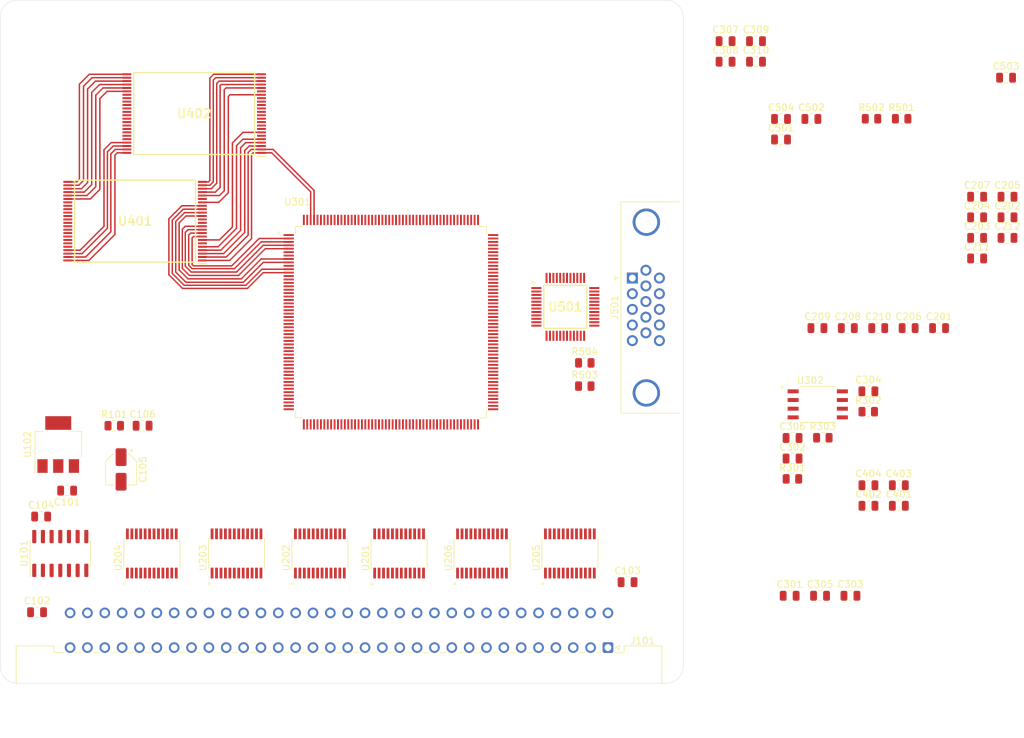
<source format=kicad_pcb>
(kicad_pcb (version 20171130) (host pcbnew "(5.1.10)-1")
  (layers (0 F.Cu signal) (1 In1.Cu power) (2 In2.Cu power) (31 B.Cu signal) (34 B.Paste user) (35 F.Paste user) (36 B.SilkS user) (37 F.SilkS user) (38 B.Mask user) (39 F.Mask user) (44 Edge.Cuts user))
  (net 0 "")
  (net 1 GND)
  (net 2 +3V3)
  (net 3 +5V)
  (net 4 +1V2)
  (net 5 "Net-(C501-Pad2)")
  (net 6 "Net-(C502-Pad2)")
  (net 7 "Net-(J101-PadC31)")
  (net 8 "Net-(J101-PadC28)")
  (net 9 /~CPU_DATACS)
  (net 10 /~CPU_RESET)
  (net 11 /~CPU_UDS)
  (net 12 /CPU_CLK)
  (net 13 "Net-(J101-PadC22)")
  (net 14 "Net-(J101-PadC21)")
  (net 15 /CPU_A18)
  (net 16 /CPU_A16)
  (net 17 /CPU_A14)
  (net 18 /CPU_A12)
  (net 19 /CPU_A10)
  (net 20 /CPU_A8)
  (net 21 /CPU_A6)
  (net 22 /CPU_A4)
  (net 23 /CPU_A2)
  (net 24 /CPU_D15)
  (net 25 /CPU_D13)
  (net 26 /CPU_D11)
  (net 27 /CPU_D9)
  (net 28 /CPU_D7)
  (net 29 /CPU_D5)
  (net 30 /CPU_D3)
  (net 31 /CPU_D1)
  (net 32 "Net-(J101-PadC2)")
  (net 33 "Net-(J101-PadA31)")
  (net 34 "Net-(J101-PadA30)")
  (net 35 "Net-(J101-PadA29)")
  (net 36 "Net-(J101-PadA28)")
  (net 37 /~CPU_REGCS)
  (net 38 /CPU_R~W)
  (net 39 /~CPU_LDS)
  (net 40 "Net-(J101-PadA23)")
  (net 41 /~CPU_AS)
  (net 42 /CPU_A19)
  (net 43 /CPU_A17)
  (net 44 /CPU_A15)
  (net 45 /CPU_A13)
  (net 46 /CPU_A11)
  (net 47 /CPU_A9)
  (net 48 /CPU_A7)
  (net 49 /CPU_A5)
  (net 50 /CPU_A3)
  (net 51 /CPU_A1)
  (net 52 /CPU_D14)
  (net 53 /CPU_D12)
  (net 54 /CPU_D10)
  (net 55 /CPU_D8)
  (net 56 /CPU_D6)
  (net 57 /CPU_D4)
  (net 58 /CPU_D2)
  (net 59 /CPU_D0)
  (net 60 "Net-(J501-Pad15)")
  (net 61 "Net-(J501-Pad14)")
  (net 62 "Net-(J501-Pad13)")
  (net 63 "Net-(J501-Pad12)")
  (net 64 "Net-(J501-Pad11)")
  (net 65 "Net-(J501-Pad9)")
  (net 66 "Net-(J501-Pad4)")
  (net 67 "Net-(J501-Pad3)")
  (net 68 "Net-(J501-Pad2)")
  (net 69 "Net-(J501-Pad1)")
  (net 70 "Net-(R301-Pad2)")
  (net 71 /FPGA/FLASH_CS)
  (net 72 "Net-(R303-Pad2)")
  (net 73 "Net-(R502-Pad2)")
  (net 74 /FPGA/HSYNC)
  (net 75 /FPGA/VSYNC)
  (net 76 "Net-(U101-Pad11)")
  (net 77 /~CPU_DTACK)
  (net 78 /~CPU_IRQ)
  (net 79 /~CPU_BERR)
  (net 80 "Net-(U203-Pad18)")
  (net 81 "Net-(U203-Pad17)")
  (net 82 /FPGA/HOST_CLK)
  (net 83 "Net-(U203-Pad7)")
  (net 84 "Net-(U203-Pad6)")
  (net 85 /FPGA/~LDS)
  (net 86 /FPGA/~UDS)
  (net 87 /FPGA/R~W)
  (net 88 /FPGA/~AS)
  (net 89 /FPGA/~RESET)
  (net 90 /FPGA/~REGCS)
  (net 91 /FPGA/~DATACS)
  (net 92 "Net-(U204-Pad14)")
  (net 93 "Net-(U204-Pad10)")
  (net 94 "/Level Translators/~CPU_DATAEN")
  (net 95 /FPGA/A1)
  (net 96 /FPGA/A2)
  (net 97 /FPGA/A3)
  (net 98 /FPGA/A4)
  (net 99 /FPGA/A5)
  (net 100 /FPGA/A6)
  (net 101 /FPGA/A7)
  (net 102 "/Level Translators/CPU_DATADIR")
  (net 103 /FPGA/A8)
  (net 104 /FPGA/A9)
  (net 105 /FPGA/A10)
  (net 106 /FPGA/A11)
  (net 107 /FPGA/A12)
  (net 108 /FPGA/A13)
  (net 109 /FPGA/A14)
  (net 110 /FPGA/A15)
  (net 111 "Net-(U301-Pad155)")
  (net 112 "Net-(U301-Pad154)")
  (net 113 "Net-(U301-Pad148)")
  (net 114 "Net-(U301-Pad142)")
  (net 115 "Net-(U301-Pad136)")
  (net 116 "Net-(U301-Pad130)")
  (net 117 "Net-(U301-Pad124)")
  (net 118 "Net-(U301-Pad118)")
  (net 119 "Net-(U301-Pad110)")
  (net 120 "Net-(U301-Pad51)")
  (net 121 "Net-(U301-Pad50)")
  (net 122 "Net-(U301-Pad49)")
  (net 123 "Net-(U301-Pad48)")
  (net 124 "Net-(U301-Pad47)")
  (net 125 "Net-(U301-Pad45)")
  (net 126 "Net-(U301-Pad43)")
  (net 127 "Net-(U301-Pad32)")
  (net 128 "Net-(U301-Pad26)")
  (net 129 "Net-(U301-Pad20)")
  (net 130 "Net-(U301-Pad14)")
  (net 131 "Net-(U301-Pad6)")
  (net 132 "Net-(U301-Pad1)")
  (net 133 "Net-(U301-Pad207)")
  (net 134 "Net-(U301-Pad204)")
  (net 135 "Net-(U301-Pad194)")
  (net 136 "Net-(U301-Pad184)")
  (net 137 "Net-(U301-Pad183)")
  (net 138 "Net-(U301-Pad175)")
  (net 139 "Net-(U301-Pad174)")
  (net 140 "Net-(U301-Pad169)")
  (net 141 "Net-(U301-Pad159)")
  (net 142 "Net-(U301-Pad158)")
  (net 143 "Net-(U301-Pad157)")
  (net 144 "Net-(U301-Pad104)")
  (net 145 "Net-(U301-Pad101)")
  (net 146 "Net-(U301-Pad91)")
  (net 147 "Net-(U301-Pad56)")
  (net 148 "Net-(U301-Pad55)")
  (net 149 "Net-(U301-Pad54)")
  (net 150 /FPGA/FLASH_CLK)
  (net 151 /FPGA/FLASH_D0)
  (net 152 /FPGA/FLASH_D1)
  (net 153 /FPGA/SRAM_A5)
  (net 154 /FPGA/SRAM_A6)
  (net 155 /FPGA/SRAM_A7)
  (net 156 /FPGA/SRAM_A8)
  (net 157 /FPGA/~SRAM_UB0)
  (net 158 /FPGA/~SRAM_LB0)
  (net 159 "Net-(U401-Pad31)")
  (net 160 /FPGA/SRAM_A9)
  (net 161 /FPGA/SRAM_A10)
  (net 162 /FPGA/SRAM_A11)
  (net 163 /FPGA/SRAM_A12)
  (net 164 /FPGA/SRAM_A13)
  (net 165 /FPGA/SRAM_A14)
  (net 166 /FPGA/SRAM_A15)
  (net 167 /FPGA/SRAM_A16)
  (net 168 /FPGA/SRAM_A17)
  (net 169 /FPGA/SRAM_A18)
  (net 170 /FPGA/SRAM_A19)
  (net 171 "Net-(U401-Pad19)")
  (net 172 /FPGA/~SRAM_CS)
  (net 173 "Net-(U401-Pad6)")
  (net 174 /FPGA/SRAM_A0)
  (net 175 /FPGA/SRAM_A1)
  (net 176 /FPGA/SRAM_A2)
  (net 177 /FPGA/SRAM_A3)
  (net 178 /FPGA/SRAM_A4)
  (net 179 /FPGA/~SRAM_UB1)
  (net 180 /FPGA/~SRAM_LB1)
  (net 181 "Net-(U402-Pad31)")
  (net 182 "Net-(U402-Pad19)")
  (net 183 "Net-(U402-Pad6)")
  (net 184 /FPGA/R7)
  (net 185 /FPGA/R6)
  (net 186 /FPGA/R5)
  (net 187 /FPGA/R4)
  (net 188 /FPGA/R3)
  (net 189 /FPGA/R2)
  (net 190 /FPGA/R1)
  (net 191 /FPGA/R0)
  (net 192 /FPGA/PIXELCLOCK)
  (net 193 /FPGA/B7)
  (net 194 /FPGA/B6)
  (net 195 /FPGA/B5)
  (net 196 /FPGA/B4)
  (net 197 /FPGA/B3)
  (net 198 /FPGA/B2)
  (net 199 /FPGA/B1)
  (net 200 /FPGA/B0)
  (net 201 /FPGA/~BLANK)
  (net 202 /FPGA/G7)
  (net 203 /FPGA/G6)
  (net 204 /FPGA/G5)
  (net 205 /FPGA/G4)
  (net 206 /FPGA/G3)
  (net 207 /FPGA/G2)
  (net 208 /FPGA/G1)
  (net 209 /FPGA/G0)
  (net 210 "Net-(R501-Pad2)")
  (net 211 "Net-(U203-Pad20)")
  (net 212 "Net-(U203-Pad19)")
  (net 213 "Net-(U203-Pad5)")
  (net 214 "Net-(U203-Pad4)")
  (net 215 /FPGA/SRAM_D15)
  (net 216 /FPGA/SRAM_D14)
  (net 217 /FPGA/SRAM_D13)
  (net 218 /FPGA/SRAM_D12)
  (net 219 /FPGA/SRAM_D11)
  (net 220 /FPGA/SRAM_D10)
  (net 221 /FPGA/SRAM_D9)
  (net 222 /FPGA/SRAM_D8)
  (net 223 /FPGA/SRAM_D7)
  (net 224 /FPGA/SRAM_D6)
  (net 225 /FPGA/SRAM_D5)
  (net 226 /FPGA/SRAM_D4)
  (net 227 /FPGA/SRAM_D3)
  (net 228 /FPGA/SRAM_D2)
  (net 229 /FPGA/SRAM_D1)
  (net 230 /FPGA/SRAM_D0)
  (net 231 /FPGA/SRAM_D31)
  (net 232 /FPGA/SRAM_D30)
  (net 233 /FPGA/SRAM_D29)
  (net 234 /FPGA/SRAM_D28)
  (net 235 /FPGA/SRAM_D27)
  (net 236 /FPGA/SRAM_D26)
  (net 237 /FPGA/SRAM_D25)
  (net 238 /FPGA/SRAM_D24)
  (net 239 /FPGA/SRAM_D23)
  (net 240 /FPGA/SRAM_D22)
  (net 241 /FPGA/SRAM_D21)
  (net 242 /FPGA/SRAM_D20)
  (net 243 /FPGA/SRAM_D19)
  (net 244 /FPGA/SRAM_D18)
  (net 245 /FPGA/SRAM_D17)
  (net 246 /FPGA/SRAM_D16)
  (net 247 /FPGA/~SRAM_WE)
  (net 248 /FPGA/D0)
  (net 249 /FPGA/A16)
  (net 250 /FPGA/A19)
  (net 251 /FPGA/A17)
  (net 252 /FPGA/A18)
  (net 253 /FPGA/D7)
  (net 254 /FPGA/D6)
  (net 255 /FPGA/D5)
  (net 256 /FPGA/D4)
  (net 257 /FPGA/D3)
  (net 258 /FPGA/D2)
  (net 259 /FPGA/D1)
  (net 260 /FPGA/D15)
  (net 261 /FPGA/D14)
  (net 262 /FPGA/D13)
  (net 263 /FPGA/D12)
  (net 264 /FPGA/D11)
  (net 265 /FPGA/D10)
  (net 266 /FPGA/D9)
  (net 267 /FPGA/D8)
  (net 268 "Net-(U301-Pad57)")
  (net 269 "Net-(U301-Pad61)")
  (net 270 "Net-(U301-Pad60)")
  (net 271 "Net-(U301-Pad103)")
  (module Ddraig:QFP50P3060X3060X409-208N (layer F.Cu) (at 157.206 97.138)
    (fp_text reference U301 (at -13.675 -17.6) (layer F.SilkS))
    (fp_text value XC3S500E-4PQG208I)
    (pad 156 smd rect (at 14.965 -12.75) (size 1.5 0.28) (layers F.Cu F.Paste F.Mask) (net 1 GND))
    (pad 155 smd rect (at 14.965 -12.25) (size 1.5 0.28) (layers F.Cu F.Paste F.Mask) (net 111 "Net-(U301-Pad155)"))
    (pad 154 smd rect (at 14.965 -11.75) (size 1.5 0.28) (layers F.Cu F.Paste F.Mask) (net 112 "Net-(U301-Pad154)"))
    (pad 153 smd rect (at 14.965 -11.25) (size 1.5 0.28) (layers F.Cu F.Paste F.Mask) (net 191 /FPGA/R0))
    (pad 152 smd rect (at 14.965 -10.75) (size 1.5 0.28) (layers F.Cu F.Paste F.Mask) (net 190 /FPGA/R1))
    (pad 151 smd rect (at 14.965 -10.25) (size 1.5 0.28) (layers F.Cu F.Paste F.Mask) (net 189 /FPGA/R2))
    (pad 150 smd rect (at 14.965 -9.75) (size 1.5 0.28) (layers F.Cu F.Paste F.Mask) (net 188 /FPGA/R3))
    (pad 149 smd rect (at 14.965 -9.25) (size 1.5 0.28) (layers F.Cu F.Paste F.Mask) (net 2 +3V3))
    (pad 148 smd rect (at 14.965 -8.75) (size 1.5 0.28) (layers F.Cu F.Paste F.Mask) (net 113 "Net-(U301-Pad148)"))
    (pad 147 smd rect (at 14.965 -8.25) (size 1.5 0.28) (layers F.Cu F.Paste F.Mask) (net 187 /FPGA/R4))
    (pad 146 smd rect (at 14.965 -7.75) (size 1.5 0.28) (layers F.Cu F.Paste F.Mask) (net 186 /FPGA/R5))
    (pad 145 smd rect (at 14.965 -7.25) (size 1.5 0.28) (layers F.Cu F.Paste F.Mask) (net 185 /FPGA/R6))
    (pad 144 smd rect (at 14.965 -6.75) (size 1.5 0.28) (layers F.Cu F.Paste F.Mask) (net 184 /FPGA/R7))
    (pad 143 smd rect (at 14.965 -6.25) (size 1.5 0.28) (layers F.Cu F.Paste F.Mask) (net 2 +3V3))
    (pad 142 smd rect (at 14.965 -5.75) (size 1.5 0.28) (layers F.Cu F.Paste F.Mask) (net 114 "Net-(U301-Pad142)"))
    (pad 141 smd rect (at 14.965 -5.25) (size 1.5 0.28) (layers F.Cu F.Paste F.Mask) (net 1 GND))
    (pad 140 smd rect (at 14.965 -4.75) (size 1.5 0.28) (layers F.Cu F.Paste F.Mask) (net 209 /FPGA/G0))
    (pad 139 smd rect (at 14.965 -4.25) (size 1.5 0.28) (layers F.Cu F.Paste F.Mask) (net 208 /FPGA/G1))
    (pad 138 smd rect (at 14.965 -3.75) (size 1.5 0.28) (layers F.Cu F.Paste F.Mask) (net 207 /FPGA/G2))
    (pad 137 smd rect (at 14.965 -3.25) (size 1.5 0.28) (layers F.Cu F.Paste F.Mask) (net 206 /FPGA/G3))
    (pad 136 smd rect (at 14.965 -2.75) (size 1.5 0.28) (layers F.Cu F.Paste F.Mask) (net 115 "Net-(U301-Pad136)"))
    (pad 135 smd rect (at 14.965 -2.25) (size 1.5 0.28) (layers F.Cu F.Paste F.Mask) (net 205 /FPGA/G4))
    (pad 134 smd rect (at 14.965 -1.75) (size 1.5 0.28) (layers F.Cu F.Paste F.Mask) (net 204 /FPGA/G5))
    (pad 133 smd rect (at 14.965 -1.25) (size 1.5 0.28) (layers F.Cu F.Paste F.Mask) (net 203 /FPGA/G6))
    (pad 132 smd rect (at 14.965 -0.75) (size 1.5 0.28) (layers F.Cu F.Paste F.Mask) (net 202 /FPGA/G7))
    (pad 131 smd rect (at 14.965 -0.25) (size 1.5 0.28) (layers F.Cu F.Paste F.Mask) (net 1 GND))
    (pad 130 smd rect (at 14.965 0.25) (size 1.5 0.28) (layers F.Cu F.Paste F.Mask) (net 116 "Net-(U301-Pad130)"))
    (pad 129 smd rect (at 14.965 0.75) (size 1.5 0.28) (layers F.Cu F.Paste F.Mask) (net 201 /FPGA/~BLANK))
    (pad 128 smd rect (at 14.965 1.25) (size 1.5 0.28) (layers F.Cu F.Paste F.Mask) (net 200 /FPGA/B0))
    (pad 127 smd rect (at 14.965 1.75) (size 1.5 0.28) (layers F.Cu F.Paste F.Mask) (net 199 /FPGA/B1))
    (pad 126 smd rect (at 14.965 2.25) (size 1.5 0.28) (layers F.Cu F.Paste F.Mask) (net 198 /FPGA/B2))
    (pad 125 smd rect (at 14.965 2.75) (size 1.5 0.28) (layers F.Cu F.Paste F.Mask) (net 2 +3V3))
    (pad 124 smd rect (at 14.965 3.25) (size 1.5 0.28) (layers F.Cu F.Paste F.Mask) (net 117 "Net-(U301-Pad124)"))
    (pad 123 smd rect (at 14.965 3.75) (size 1.5 0.28) (layers F.Cu F.Paste F.Mask) (net 197 /FPGA/B3))
    (pad 122 smd rect (at 14.965 4.25) (size 1.5 0.28) (layers F.Cu F.Paste F.Mask) (net 196 /FPGA/B4))
    (pad 121 smd rect (at 14.965 4.75) (size 1.5 0.28) (layers F.Cu F.Paste F.Mask) (net 1 GND))
    (pad 120 smd rect (at 14.965 5.25) (size 1.5 0.28) (layers F.Cu F.Paste F.Mask) (net 195 /FPGA/B5))
    (pad 119 smd rect (at 14.965 5.75) (size 1.5 0.28) (layers F.Cu F.Paste F.Mask) (net 194 /FPGA/B6))
    (pad 118 smd rect (at 14.965 6.25) (size 1.5 0.28) (layers F.Cu F.Paste F.Mask) (net 118 "Net-(U301-Pad118)"))
    (pad 117 smd rect (at 14.965 6.75) (size 1.5 0.28) (layers F.Cu F.Paste F.Mask) (net 4 +1V2))
    (pad 116 smd rect (at 14.965 7.25) (size 1.5 0.28) (layers F.Cu F.Paste F.Mask) (net 193 /FPGA/B7))
    (pad 115 smd rect (at 14.965 7.75) (size 1.5 0.28) (layers F.Cu F.Paste F.Mask) (net 192 /FPGA/PIXELCLOCK))
    (pad 114 smd rect (at 14.965 8.25) (size 1.5 0.28) (layers F.Cu F.Paste F.Mask) (net 2 +3V3))
    (pad 113 smd rect (at 14.965 8.75) (size 1.5 0.28) (layers F.Cu F.Paste F.Mask) (net 75 /FPGA/VSYNC))
    (pad 112 smd rect (at 14.965 9.25) (size 1.5 0.28) (layers F.Cu F.Paste F.Mask) (net 74 /FPGA/HSYNC))
    (pad 111 smd rect (at 14.965 9.75) (size 1.5 0.28) (layers F.Cu F.Paste F.Mask) (net 2 +3V3))
    (pad 110 smd rect (at 14.965 10.25) (size 1.5 0.28) (layers F.Cu F.Paste F.Mask) (net 119 "Net-(U301-Pad110)"))
    (pad 109 smd rect (at 14.965 10.75) (size 1.5 0.28) (layers F.Cu F.Paste F.Mask) (net 248 /FPGA/D0))
    (pad 108 smd rect (at 14.965 11.25) (size 1.5 0.28) (layers F.Cu F.Paste F.Mask) (net 259 /FPGA/D1))
    (pad 107 smd rect (at 14.965 11.75) (size 1.5 0.28) (layers F.Cu F.Paste F.Mask) (net 258 /FPGA/D2))
    (pad 106 smd rect (at 14.965 12.25) (size 1.5 0.28) (layers F.Cu F.Paste F.Mask) (net 257 /FPGA/D3))
    (pad 105 smd rect (at 14.965 12.75) (size 1.5 0.28) (layers F.Cu F.Paste F.Mask) (net 1 GND))
    (pad 52 smd rect (at -14.965 12.75) (size 1.5 0.28) (layers F.Cu F.Paste F.Mask) (net 1 GND))
    (pad 51 smd rect (at -14.965 12.25) (size 1.5 0.28) (layers F.Cu F.Paste F.Mask) (net 120 "Net-(U301-Pad51)"))
    (pad 50 smd rect (at -14.965 11.75) (size 1.5 0.28) (layers F.Cu F.Paste F.Mask) (net 121 "Net-(U301-Pad50)"))
    (pad 49 smd rect (at -14.965 11.25) (size 1.5 0.28) (layers F.Cu F.Paste F.Mask) (net 122 "Net-(U301-Pad49)"))
    (pad 48 smd rect (at -14.965 10.75) (size 1.5 0.28) (layers F.Cu F.Paste F.Mask) (net 123 "Net-(U301-Pad48)"))
    (pad 47 smd rect (at -14.965 10.25) (size 1.5 0.28) (layers F.Cu F.Paste F.Mask) (net 124 "Net-(U301-Pad47)"))
    (pad 46 smd rect (at -14.965 9.75) (size 1.5 0.28) (layers F.Cu F.Paste F.Mask) (net 2 +3V3))
    (pad 45 smd rect (at -14.965 9.25) (size 1.5 0.28) (layers F.Cu F.Paste F.Mask) (net 125 "Net-(U301-Pad45)"))
    (pad 44 smd rect (at -14.965 8.75) (size 1.5 0.28) (layers F.Cu F.Paste F.Mask) (net 2 +3V3))
    (pad 43 smd rect (at -14.965 8.25) (size 1.5 0.28) (layers F.Cu F.Paste F.Mask) (net 126 "Net-(U301-Pad43)"))
    (pad 42 smd rect (at -14.965 7.75) (size 1.5 0.28) (layers F.Cu F.Paste F.Mask) (net 222 /FPGA/SRAM_D8))
    (pad 41 smd rect (at -14.965 7.25) (size 1.5 0.28) (layers F.Cu F.Paste F.Mask) (net 221 /FPGA/SRAM_D9))
    (pad 40 smd rect (at -14.965 6.75) (size 1.5 0.28) (layers F.Cu F.Paste F.Mask) (net 220 /FPGA/SRAM_D10))
    (pad 39 smd rect (at -14.965 6.25) (size 1.5 0.28) (layers F.Cu F.Paste F.Mask) (net 219 /FPGA/SRAM_D11))
    (pad 38 smd rect (at -14.965 5.75) (size 1.5 0.28) (layers F.Cu F.Paste F.Mask) (net 2 +3V3))
    (pad 37 smd rect (at -14.965 5.25) (size 1.5 0.28) (layers F.Cu F.Paste F.Mask) (net 1 GND))
    (pad 36 smd rect (at -14.965 4.75) (size 1.5 0.28) (layers F.Cu F.Paste F.Mask) (net 218 /FPGA/SRAM_D12))
    (pad 35 smd rect (at -14.965 4.25) (size 1.5 0.28) (layers F.Cu F.Paste F.Mask) (net 217 /FPGA/SRAM_D13))
    (pad 34 smd rect (at -14.965 3.75) (size 1.5 0.28) (layers F.Cu F.Paste F.Mask) (net 216 /FPGA/SRAM_D14))
    (pad 33 smd rect (at -14.965 3.25) (size 1.5 0.28) (layers F.Cu F.Paste F.Mask) (net 215 /FPGA/SRAM_D15))
    (pad 32 smd rect (at -14.965 2.75) (size 1.5 0.28) (layers F.Cu F.Paste F.Mask) (net 127 "Net-(U301-Pad32)"))
    (pad 31 smd rect (at -14.965 2.25) (size 1.5 0.28) (layers F.Cu F.Paste F.Mask) (net 158 /FPGA/~SRAM_LB0))
    (pad 30 smd rect (at -14.965 1.75) (size 1.5 0.28) (layers F.Cu F.Paste F.Mask) (net 157 /FPGA/~SRAM_UB0))
    (pad 29 smd rect (at -14.965 1.25) (size 1.5 0.28) (layers F.Cu F.Paste F.Mask) (net 153 /FPGA/SRAM_A5))
    (pad 28 smd rect (at -14.965 0.75) (size 1.5 0.28) (layers F.Cu F.Paste F.Mask) (net 154 /FPGA/SRAM_A6))
    (pad 27 smd rect (at -14.965 0.25) (size 1.5 0.28) (layers F.Cu F.Paste F.Mask) (net 1 GND))
    (pad 26 smd rect (at -14.965 -0.25) (size 1.5 0.28) (layers F.Cu F.Paste F.Mask) (net 128 "Net-(U301-Pad26)"))
    (pad 25 smd rect (at -14.965 -0.75) (size 1.5 0.28) (layers F.Cu F.Paste F.Mask) (net 155 /FPGA/SRAM_A7))
    (pad 24 smd rect (at -14.965 -1.25) (size 1.5 0.28) (layers F.Cu F.Paste F.Mask) (net 156 /FPGA/SRAM_A8))
    (pad 23 smd rect (at -14.965 -1.75) (size 1.5 0.28) (layers F.Cu F.Paste F.Mask) (net 179 /FPGA/~SRAM_UB1))
    (pad 22 smd rect (at -14.965 -2.25) (size 1.5 0.28) (layers F.Cu F.Paste F.Mask) (net 180 /FPGA/~SRAM_LB1))
    (pad 21 smd rect (at -14.965 -2.75) (size 1.5 0.28) (layers F.Cu F.Paste F.Mask) (net 2 +3V3))
    (pad 20 smd rect (at -14.965 -3.25) (size 1.5 0.28) (layers F.Cu F.Paste F.Mask) (net 129 "Net-(U301-Pad20)"))
    (pad 19 smd rect (at -14.965 -3.75) (size 1.5 0.28) (layers F.Cu F.Paste F.Mask) (net 231 /FPGA/SRAM_D31))
    (pad 18 smd rect (at -14.965 -4.25) (size 1.5 0.28) (layers F.Cu F.Paste F.Mask) (net 232 /FPGA/SRAM_D30))
    (pad 17 smd rect (at -14.965 -4.75) (size 1.5 0.28) (layers F.Cu F.Paste F.Mask) (net 1 GND))
    (pad 16 smd rect (at -14.965 -5.25) (size 1.5 0.28) (layers F.Cu F.Paste F.Mask) (net 233 /FPGA/SRAM_D29))
    (pad 15 smd rect (at -14.965 -5.75) (size 1.5 0.28) (layers F.Cu F.Paste F.Mask) (net 234 /FPGA/SRAM_D28))
    (pad 14 smd rect (at -14.965 -6.25) (size 1.5 0.28) (layers F.Cu F.Paste F.Mask) (net 130 "Net-(U301-Pad14)"))
    (pad 13 smd rect (at -14.965 -6.75) (size 1.5 0.28) (layers F.Cu F.Paste F.Mask) (net 4 +1V2))
    (pad 12 smd rect (at -14.965 -7.25) (size 1.5 0.28) (layers F.Cu F.Paste F.Mask) (net 223 /FPGA/SRAM_D7))
    (pad 11 smd rect (at -14.965 -7.75) (size 1.5 0.28) (layers F.Cu F.Paste F.Mask) (net 224 /FPGA/SRAM_D6))
    (pad 10 smd rect (at -14.965 -8.25) (size 1.5 0.28) (layers F.Cu F.Paste F.Mask) (net 1 GND))
    (pad 9 smd rect (at -14.965 -8.75) (size 1.5 0.28) (layers F.Cu F.Paste F.Mask) (net 225 /FPGA/SRAM_D5))
    (pad 8 smd rect (at -14.965 -9.25) (size 1.5 0.28) (layers F.Cu F.Paste F.Mask) (net 226 /FPGA/SRAM_D4))
    (pad 7 smd rect (at -14.965 -9.75) (size 1.5 0.28) (layers F.Cu F.Paste F.Mask) (net 2 +3V3))
    (pad 6 smd rect (at -14.965 -10.25) (size 1.5 0.28) (layers F.Cu F.Paste F.Mask) (net 131 "Net-(U301-Pad6)"))
    (pad 5 smd rect (at -14.965 -10.75) (size 1.5 0.28) (layers F.Cu F.Paste F.Mask) (net 227 /FPGA/SRAM_D3))
    (pad 4 smd rect (at -14.965 -11.25) (size 1.5 0.28) (layers F.Cu F.Paste F.Mask) (net 228 /FPGA/SRAM_D2))
    (pad 3 smd rect (at -14.965 -11.75) (size 1.5 0.28) (layers F.Cu F.Paste F.Mask) (net 229 /FPGA/SRAM_D1))
    (pad 2 smd rect (at -14.965 -12.25) (size 1.5 0.28) (layers F.Cu F.Paste F.Mask) (net 230 /FPGA/SRAM_D0))
    (pad 1 smd rect (at -14.965 -12.75) (size 1.5 0.28) (layers F.Cu F.Paste F.Mask) (net 132 "Net-(U301-Pad1)"))
    (pad 208 smd rect (at -12.75 -14.965) (size 0.28 1.5) (layers F.Cu F.Paste F.Mask) (net 1 GND))
    (pad 207 smd rect (at -12.25 -14.965) (size 0.28 1.5) (layers F.Cu F.Paste F.Mask) (net 133 "Net-(U301-Pad207)"))
    (pad 206 smd rect (at -11.75 -14.965) (size 0.28 1.5) (layers F.Cu F.Paste F.Mask) (net 178 /FPGA/SRAM_A4))
    (pad 205 smd rect (at -11.25 -14.965) (size 0.28 1.5) (layers F.Cu F.Paste F.Mask) (net 177 /FPGA/SRAM_A3))
    (pad 204 smd rect (at -10.75 -14.965) (size 0.28 1.5) (layers F.Cu F.Paste F.Mask) (net 134 "Net-(U301-Pad204)"))
    (pad 203 smd rect (at -10.25 -14.965) (size 0.28 1.5) (layers F.Cu F.Paste F.Mask) (net 176 /FPGA/SRAM_A2))
    (pad 202 smd rect (at -9.75 -14.965) (size 0.28 1.5) (layers F.Cu F.Paste F.Mask) (net 175 /FPGA/SRAM_A1))
    (pad 201 smd rect (at -9.25 -14.965) (size 0.28 1.5) (layers F.Cu F.Paste F.Mask) (net 2 +3V3))
    (pad 200 smd rect (at -8.75 -14.965) (size 0.28 1.5) (layers F.Cu F.Paste F.Mask) (net 174 /FPGA/SRAM_A0))
    (pad 199 smd rect (at -8.25 -14.965) (size 0.28 1.5) (layers F.Cu F.Paste F.Mask) (net 172 /FPGA/~SRAM_CS))
    (pad 198 smd rect (at -7.75 -14.965) (size 0.28 1.5) (layers F.Cu F.Paste F.Mask) (net 1 GND))
    (pad 197 smd rect (at -7.25 -14.965) (size 0.28 1.5) (layers F.Cu F.Paste F.Mask) (net 246 /FPGA/SRAM_D16))
    (pad 196 smd rect (at -6.75 -14.965) (size 0.28 1.5) (layers F.Cu F.Paste F.Mask) (net 245 /FPGA/SRAM_D17))
    (pad 195 smd rect (at -6.25 -14.965) (size 0.28 1.5) (layers F.Cu F.Paste F.Mask) (net 2 +3V3))
    (pad 194 smd rect (at -5.75 -14.965) (size 0.28 1.5) (layers F.Cu F.Paste F.Mask) (net 135 "Net-(U301-Pad194)"))
    (pad 193 smd rect (at -5.25 -14.965) (size 0.28 1.5) (layers F.Cu F.Paste F.Mask) (net 244 /FPGA/SRAM_D18))
    (pad 192 smd rect (at -4.75 -14.965) (size 0.28 1.5) (layers F.Cu F.Paste F.Mask) (net 243 /FPGA/SRAM_D19))
    (pad 191 smd rect (at -4.25 -14.965) (size 0.28 1.5) (layers F.Cu F.Paste F.Mask) (net 2 +3V3))
    (pad 190 smd rect (at -3.75 -14.965) (size 0.28 1.5) (layers F.Cu F.Paste F.Mask) (net 242 /FPGA/SRAM_D20))
    (pad 189 smd rect (at -3.25 -14.965) (size 0.28 1.5) (layers F.Cu F.Paste F.Mask) (net 241 /FPGA/SRAM_D21))
    (pad 188 smd rect (at -2.75 -14.965) (size 0.28 1.5) (layers F.Cu F.Paste F.Mask) (net 1 GND))
    (pad 187 smd rect (at -2.25 -14.965) (size 0.28 1.5) (layers F.Cu F.Paste F.Mask) (net 240 /FPGA/SRAM_D22))
    (pad 186 smd rect (at -1.75 -14.965) (size 0.28 1.5) (layers F.Cu F.Paste F.Mask) (net 239 /FPGA/SRAM_D23))
    (pad 185 smd rect (at -1.25 -14.965) (size 0.28 1.5) (layers F.Cu F.Paste F.Mask) (net 247 /FPGA/~SRAM_WE))
    (pad 184 smd rect (at -0.75 -14.965) (size 0.28 1.5) (layers F.Cu F.Paste F.Mask) (net 136 "Net-(U301-Pad184)"))
    (pad 183 smd rect (at -0.25 -14.965) (size 0.28 1.5) (layers F.Cu F.Paste F.Mask) (net 137 "Net-(U301-Pad183)"))
    (pad 182 smd rect (at 0.25 -14.965) (size 0.28 1.5) (layers F.Cu F.Paste F.Mask) (net 1 GND))
    (pad 181 smd rect (at 0.75 -14.965) (size 0.28 1.5) (layers F.Cu F.Paste F.Mask) (net 170 /FPGA/SRAM_A19))
    (pad 180 smd rect (at 1.25 -14.965) (size 0.28 1.5) (layers F.Cu F.Paste F.Mask) (net 169 /FPGA/SRAM_A18))
    (pad 179 smd rect (at 1.75 -14.965) (size 0.28 1.5) (layers F.Cu F.Paste F.Mask) (net 168 /FPGA/SRAM_A17))
    (pad 178 smd rect (at 2.25 -14.965) (size 0.28 1.5) (layers F.Cu F.Paste F.Mask) (net 167 /FPGA/SRAM_A16))
    (pad 177 smd rect (at 2.75 -14.965) (size 0.28 1.5) (layers F.Cu F.Paste F.Mask) (net 166 /FPGA/SRAM_A15))
    (pad 176 smd rect (at 3.25 -14.965) (size 0.28 1.5) (layers F.Cu F.Paste F.Mask) (net 2 +3V3))
    (pad 175 smd rect (at 3.75 -14.965) (size 0.28 1.5) (layers F.Cu F.Paste F.Mask) (net 138 "Net-(U301-Pad175)"))
    (pad 174 smd rect (at 4.25 -14.965) (size 0.28 1.5) (layers F.Cu F.Paste F.Mask) (net 139 "Net-(U301-Pad174)"))
    (pad 173 smd rect (at 4.75 -14.965) (size 0.28 1.5) (layers F.Cu F.Paste F.Mask) (net 1 GND))
    (pad 172 smd rect (at 5.25 -14.965) (size 0.28 1.5) (layers F.Cu F.Paste F.Mask) (net 235 /FPGA/SRAM_D27))
    (pad 171 smd rect (at 5.75 -14.965) (size 0.28 1.5) (layers F.Cu F.Paste F.Mask) (net 236 /FPGA/SRAM_D26))
    (pad 170 smd rect (at 6.25 -14.965) (size 0.28 1.5) (layers F.Cu F.Paste F.Mask) (net 4 +1V2))
    (pad 169 smd rect (at 6.75 -14.965) (size 0.28 1.5) (layers F.Cu F.Paste F.Mask) (net 140 "Net-(U301-Pad169)"))
    (pad 168 smd rect (at 7.25 -14.965) (size 0.28 1.5) (layers F.Cu F.Paste F.Mask) (net 237 /FPGA/SRAM_D25))
    (pad 167 smd rect (at 7.75 -14.965) (size 0.28 1.5) (layers F.Cu F.Paste F.Mask) (net 238 /FPGA/SRAM_D24))
    (pad 166 smd rect (at 8.25 -14.965) (size 0.28 1.5) (layers F.Cu F.Paste F.Mask) (net 2 +3V3))
    (pad 165 smd rect (at 8.75 -14.965) (size 0.28 1.5) (layers F.Cu F.Paste F.Mask) (net 160 /FPGA/SRAM_A9))
    (pad 164 smd rect (at 9.25 -14.965) (size 0.28 1.5) (layers F.Cu F.Paste F.Mask) (net 161 /FPGA/SRAM_A10))
    (pad 163 smd rect (at 9.75 -14.965) (size 0.28 1.5) (layers F.Cu F.Paste F.Mask) (net 162 /FPGA/SRAM_A11))
    (pad 162 smd rect (at 10.25 -14.965) (size 0.28 1.5) (layers F.Cu F.Paste F.Mask) (net 163 /FPGA/SRAM_A12))
    (pad 161 smd rect (at 10.75 -14.965) (size 0.28 1.5) (layers F.Cu F.Paste F.Mask) (net 164 /FPGA/SRAM_A13))
    (pad 160 smd rect (at 11.25 -14.965) (size 0.28 1.5) (layers F.Cu F.Paste F.Mask) (net 165 /FPGA/SRAM_A14))
    (pad 159 smd rect (at 11.75 -14.965) (size 0.28 1.5) (layers F.Cu F.Paste F.Mask) (net 141 "Net-(U301-Pad159)"))
    (pad 158 smd rect (at 12.25 -14.965) (size 0.28 1.5) (layers F.Cu F.Paste F.Mask) (net 142 "Net-(U301-Pad158)"))
    (pad 157 smd rect (at 12.75 -14.965) (size 0.28 1.5) (layers F.Cu F.Paste F.Mask) (net 143 "Net-(U301-Pad157)"))
    (pad 104 smd rect (at 12.75 14.965) (size 0.28 1.5) (layers F.Cu F.Paste F.Mask) (net 144 "Net-(U301-Pad104)"))
    (pad 103 smd rect (at 12.25 14.965) (size 0.28 1.5) (layers F.Cu F.Paste F.Mask) (net 271 "Net-(U301-Pad103)"))
    (pad 102 smd rect (at 11.75 14.965) (size 0.28 1.5) (layers F.Cu F.Paste F.Mask) (net 256 /FPGA/D4))
    (pad 101 smd rect (at 11.25 14.965) (size 0.28 1.5) (layers F.Cu F.Paste F.Mask) (net 145 "Net-(U301-Pad101)"))
    (pad 100 smd rect (at 10.75 14.965) (size 0.28 1.5) (layers F.Cu F.Paste F.Mask) (net 255 /FPGA/D5))
    (pad 99 smd rect (at 10.25 14.965) (size 0.28 1.5) (layers F.Cu F.Paste F.Mask) (net 254 /FPGA/D6))
    (pad 98 smd rect (at 9.75 14.965) (size 0.28 1.5) (layers F.Cu F.Paste F.Mask) (net 253 /FPGA/D7))
    (pad 97 smd rect (at 9.25 14.965) (size 0.28 1.5) (layers F.Cu F.Paste F.Mask) (net 267 /FPGA/D8))
    (pad 96 smd rect (at 8.75 14.965) (size 0.28 1.5) (layers F.Cu F.Paste F.Mask) (net 266 /FPGA/D9))
    (pad 95 smd rect (at 8.25 14.965) (size 0.28 1.5) (layers F.Cu F.Paste F.Mask) (net 1 GND))
    (pad 94 smd rect (at 7.75 14.965) (size 0.28 1.5) (layers F.Cu F.Paste F.Mask) (net 265 /FPGA/D10))
    (pad 93 smd rect (at 7.25 14.965) (size 0.28 1.5) (layers F.Cu F.Paste F.Mask) (net 264 /FPGA/D11))
    (pad 92 smd rect (at 6.75 14.965) (size 0.28 1.5) (layers F.Cu F.Paste F.Mask) (net 2 +3V3))
    (pad 91 smd rect (at 6.25 14.965) (size 0.28 1.5) (layers F.Cu F.Paste F.Mask) (net 146 "Net-(U301-Pad91)"))
    (pad 90 smd rect (at 5.75 14.965) (size 0.28 1.5) (layers F.Cu F.Paste F.Mask) (net 263 /FPGA/D12))
    (pad 89 smd rect (at 5.25 14.965) (size 0.28 1.5) (layers F.Cu F.Paste F.Mask) (net 262 /FPGA/D13))
    (pad 88 smd rect (at 4.75 14.965) (size 0.28 1.5) (layers F.Cu F.Paste F.Mask) (net 2 +3V3))
    (pad 87 smd rect (at 4.25 14.965) (size 0.28 1.5) (layers F.Cu F.Paste F.Mask) (net 261 /FPGA/D14))
    (pad 86 smd rect (at 3.75 14.965) (size 0.28 1.5) (layers F.Cu F.Paste F.Mask) (net 260 /FPGA/D15))
    (pad 85 smd rect (at 3.25 14.965) (size 0.28 1.5) (layers F.Cu F.Paste F.Mask) (net 1 GND))
    (pad 84 smd rect (at 2.75 14.965) (size 0.28 1.5) (layers F.Cu F.Paste F.Mask) (net 95 /FPGA/A1))
    (pad 83 smd rect (at 2.25 14.965) (size 0.28 1.5) (layers F.Cu F.Paste F.Mask) (net 96 /FPGA/A2))
    (pad 82 smd rect (at 1.75 14.965) (size 0.28 1.5) (layers F.Cu F.Paste F.Mask) (net 97 /FPGA/A3))
    (pad 81 smd rect (at 1.25 14.965) (size 0.28 1.5) (layers F.Cu F.Paste F.Mask) (net 98 /FPGA/A4))
    (pad 80 smd rect (at 0.75 14.965) (size 0.28 1.5) (layers F.Cu F.Paste F.Mask) (net 99 /FPGA/A5))
    (pad 79 smd rect (at 0.25 14.965) (size 0.28 1.5) (layers F.Cu F.Paste F.Mask) (net 1 GND))
    (pad 78 smd rect (at -0.25 14.965) (size 0.28 1.5) (layers F.Cu F.Paste F.Mask) (net 100 /FPGA/A6))
    (pad 77 smd rect (at -0.75 14.965) (size 0.28 1.5) (layers F.Cu F.Paste F.Mask) (net 101 /FPGA/A7))
    (pad 76 smd rect (at -1.25 14.965) (size 0.28 1.5) (layers F.Cu F.Paste F.Mask) (net 103 /FPGA/A8))
    (pad 75 smd rect (at -1.75 14.965) (size 0.28 1.5) (layers F.Cu F.Paste F.Mask) (net 104 /FPGA/A9))
    (pad 74 smd rect (at -2.25 14.965) (size 0.28 1.5) (layers F.Cu F.Paste F.Mask) (net 105 /FPGA/A10))
    (pad 73 smd rect (at -2.75 14.965) (size 0.28 1.5) (layers F.Cu F.Paste F.Mask) (net 2 +3V3))
    (pad 72 smd rect (at -3.25 14.965) (size 0.28 1.5) (layers F.Cu F.Paste F.Mask) (net 107 /FPGA/A12))
    (pad 71 smd rect (at -3.75 14.965) (size 0.28 1.5) (layers F.Cu F.Paste F.Mask) (net 108 /FPGA/A13))
    (pad 70 smd rect (at -4.25 14.965) (size 0.28 1.5) (layers F.Cu F.Paste F.Mask) (net 1 GND))
    (pad 69 smd rect (at -4.75 14.965) (size 0.28 1.5) (layers F.Cu F.Paste F.Mask) (net 106 /FPGA/A11))
    (pad 68 smd rect (at -5.25 14.965) (size 0.28 1.5) (layers F.Cu F.Paste F.Mask) (net 109 /FPGA/A14))
    (pad 67 smd rect (at -5.75 14.965) (size 0.28 1.5) (layers F.Cu F.Paste F.Mask) (net 4 +1V2))
    (pad 66 smd rect (at -6.25 14.965) (size 0.28 1.5) (layers F.Cu F.Paste F.Mask) (net 2 +3V3))
    (pad 65 smd rect (at -6.75 14.965) (size 0.28 1.5) (layers F.Cu F.Paste F.Mask) (net 110 /FPGA/A15))
    (pad 64 smd rect (at -7.25 14.965) (size 0.28 1.5) (layers F.Cu F.Paste F.Mask) (net 249 /FPGA/A16))
    (pad 63 smd rect (at -7.75 14.965) (size 0.28 1.5) (layers F.Cu F.Paste F.Mask) (net 252 /FPGA/A18))
    (pad 62 smd rect (at -8.25 14.965) (size 0.28 1.5) (layers F.Cu F.Paste F.Mask) (net 251 /FPGA/A17))
    (pad 61 smd rect (at -8.75 14.965) (size 0.28 1.5) (layers F.Cu F.Paste F.Mask) (net 269 "Net-(U301-Pad61)"))
    (pad 60 smd rect (at -9.25 14.965) (size 0.28 1.5) (layers F.Cu F.Paste F.Mask) (net 270 "Net-(U301-Pad60)"))
    (pad 59 smd rect (at -9.75 14.965) (size 0.28 1.5) (layers F.Cu F.Paste F.Mask) (net 2 +3V3))
    (pad 58 smd rect (at -10.25 14.965) (size 0.28 1.5) (layers F.Cu F.Paste F.Mask) (net 250 /FPGA/A19))
    (pad 57 smd rect (at -10.75 14.965) (size 0.28 1.5) (layers F.Cu F.Paste F.Mask) (net 268 "Net-(U301-Pad57)"))
    (pad 56 smd rect (at -11.25 14.965) (size 0.28 1.5) (layers F.Cu F.Paste F.Mask) (net 147 "Net-(U301-Pad56)"))
    (pad 55 smd rect (at -11.75 14.965) (size 0.28 1.5) (layers F.Cu F.Paste F.Mask) (net 148 "Net-(U301-Pad55)"))
    (pad 54 smd rect (at -12.25 14.965) (size 0.28 1.5) (layers F.Cu F.Paste F.Mask) (net 149 "Net-(U301-Pad54)"))
    (pad 53 smd rect (at -12.75 14.965) (size 0.28 1.5) (layers F.Cu F.Paste F.Mask) (net 1 GND))
  )
  (module Capacitor_SMD:C_0805_2012Metric (layer F.Cu) (at 210.65 59.01)
    (fp_text reference C310 (at 0 -1.68) (layer F.SilkS))
    (fp_text value 100nF)
    (pad 2 smd roundrect (at 0.95 0) (size 1 1.45) (layers F.Cu F.Paste F.Mask) (net 1 GND))
    (pad 1 smd roundrect (at -0.95 0) (size 1 1.45) (layers F.Cu F.Paste F.Mask) (net 4 +1V2))
  )
  (module Capacitor_SMD:C_0805_2012Metric (layer F.Cu) (at 210.65 56)
    (fp_text reference C309 (at 0 -1.68) (layer F.SilkS))
    (fp_text value 100nF)
    (pad 2 smd roundrect (at 0.95 0) (size 1 1.45) (layers F.Cu F.Paste F.Mask) (net 1 GND))
    (pad 1 smd roundrect (at -0.95 0) (size 1 1.45) (layers F.Cu F.Paste F.Mask) (net 4 +1V2))
  )
  (module Capacitor_SMD:C_0805_2012Metric (layer F.Cu) (at 206.2 59.01)
    (fp_text reference C308 (at 0 -1.68) (layer F.SilkS))
    (fp_text value 100nF)
    (pad 2 smd roundrect (at 0.95 0) (size 1 1.45) (layers F.Cu F.Paste F.Mask) (net 1 GND))
    (pad 1 smd roundrect (at -0.95 0) (size 1 1.45) (layers F.Cu F.Paste F.Mask) (net 4 +1V2))
  )
  (module Capacitor_SMD:C_0805_2012Metric (layer F.Cu) (at 206.2 56)
    (fp_text reference C307 (at 0 -1.68) (layer F.SilkS))
    (fp_text value 100nF)
    (pad 2 smd roundrect (at 0.95 0) (size 1 1.45) (layers F.Cu F.Paste F.Mask) (net 1 GND))
    (pad 1 smd roundrect (at -0.95 0) (size 1 1.45) (layers F.Cu F.Paste F.Mask) (net 4 +1V2))
  )
  (module Capacitor_SMD:C_0805_2012Metric (layer F.Cu) (at 120.85 112.3)
    (fp_text reference C106 (at 0 -1.68) (layer F.SilkS))
    (fp_text value 100nF)
    (pad 2 smd roundrect (at 0.95 0) (size 1 1.45) (layers F.Cu F.Paste F.Mask) (net 1 GND))
    (pad 1 smd roundrect (at -0.95 0) (size 1 1.45) (layers F.Cu F.Paste F.Mask) (net 4 +1V2))
  )
  (module Ddraig:SOP65P640X120-24N (layer F.Cu) (at 170.535 131 90)
    (fp_text reference U206 (at -0.645 -4.912 90) (layer F.SilkS))
    (fp_text value SN74LVC8T245PWR)
    (pad 24 smd rect (at 2.87 -3.575 90) (size 1.57 0.41) (layers F.Cu F.Paste F.Mask) (net 2 +3V3))
    (pad 23 smd rect (at 2.87 -2.925 90) (size 1.57 0.41) (layers F.Cu F.Paste F.Mask) (net 2 +3V3))
    (pad 22 smd rect (at 2.87 -2.275 90) (size 1.57 0.41) (layers F.Cu F.Paste F.Mask) (net 94 "/Level Translators/~CPU_DATAEN"))
    (pad 21 smd rect (at 2.87 -1.625 90) (size 1.57 0.41) (layers F.Cu F.Paste F.Mask) (net 260 /FPGA/D15))
    (pad 20 smd rect (at 2.87 -0.975 90) (size 1.57 0.41) (layers F.Cu F.Paste F.Mask) (net 261 /FPGA/D14))
    (pad 19 smd rect (at 2.87 -0.325 90) (size 1.57 0.41) (layers F.Cu F.Paste F.Mask) (net 262 /FPGA/D13))
    (pad 18 smd rect (at 2.87 0.325 90) (size 1.57 0.41) (layers F.Cu F.Paste F.Mask) (net 263 /FPGA/D12))
    (pad 17 smd rect (at 2.87 0.975 90) (size 1.57 0.41) (layers F.Cu F.Paste F.Mask) (net 264 /FPGA/D11))
    (pad 16 smd rect (at 2.87 1.625 90) (size 1.57 0.41) (layers F.Cu F.Paste F.Mask) (net 265 /FPGA/D10))
    (pad 15 smd rect (at 2.87 2.275 90) (size 1.57 0.41) (layers F.Cu F.Paste F.Mask) (net 266 /FPGA/D9))
    (pad 14 smd rect (at 2.87 2.925 90) (size 1.57 0.41) (layers F.Cu F.Paste F.Mask) (net 267 /FPGA/D8))
    (pad 13 smd rect (at 2.87 3.575 90) (size 1.57 0.41) (layers F.Cu F.Paste F.Mask) (net 1 GND))
    (pad 12 smd rect (at -2.87 3.575 90) (size 1.57 0.41) (layers F.Cu F.Paste F.Mask) (net 1 GND))
    (pad 11 smd rect (at -2.87 2.925 90) (size 1.57 0.41) (layers F.Cu F.Paste F.Mask) (net 1 GND))
    (pad 10 smd rect (at -2.87 2.275 90) (size 1.57 0.41) (layers F.Cu F.Paste F.Mask) (net 55 /CPU_D8))
    (pad 9 smd rect (at -2.87 1.625 90) (size 1.57 0.41) (layers F.Cu F.Paste F.Mask) (net 27 /CPU_D9))
    (pad 8 smd rect (at -2.87 0.975 90) (size 1.57 0.41) (layers F.Cu F.Paste F.Mask) (net 54 /CPU_D10))
    (pad 7 smd rect (at -2.87 0.325 90) (size 1.57 0.41) (layers F.Cu F.Paste F.Mask) (net 26 /CPU_D11))
    (pad 6 smd rect (at -2.87 -0.325 90) (size 1.57 0.41) (layers F.Cu F.Paste F.Mask) (net 53 /CPU_D12))
    (pad 5 smd rect (at -2.87 -0.975 90) (size 1.57 0.41) (layers F.Cu F.Paste F.Mask) (net 25 /CPU_D13))
    (pad 4 smd rect (at -2.87 -1.625 90) (size 1.57 0.41) (layers F.Cu F.Paste F.Mask) (net 52 /CPU_D14))
    (pad 3 smd rect (at -2.87 -2.275 90) (size 1.57 0.41) (layers F.Cu F.Paste F.Mask) (net 24 /CPU_D15))
    (pad 2 smd rect (at -2.87 -2.925 90) (size 1.57 0.41) (layers F.Cu F.Paste F.Mask) (net 102 "/Level Translators/CPU_DATADIR"))
    (pad 1 smd rect (at -2.87 -3.575 90) (size 1.57 0.41) (layers F.Cu F.Paste F.Mask) (net 3 +5V))
  )
  (module Ddraig:SOP65P640X120-24N (layer F.Cu) (at 183.4 131 90)
    (fp_text reference U205 (at -0.645 -4.912 90) (layer F.SilkS))
    (fp_text value SN74LVC8T245PWR)
    (pad 24 smd rect (at 2.87 -3.575 90) (size 1.57 0.41) (layers F.Cu F.Paste F.Mask) (net 2 +3V3))
    (pad 23 smd rect (at 2.87 -2.925 90) (size 1.57 0.41) (layers F.Cu F.Paste F.Mask) (net 2 +3V3))
    (pad 22 smd rect (at 2.87 -2.275 90) (size 1.57 0.41) (layers F.Cu F.Paste F.Mask) (net 94 "/Level Translators/~CPU_DATAEN"))
    (pad 21 smd rect (at 2.87 -1.625 90) (size 1.57 0.41) (layers F.Cu F.Paste F.Mask) (net 253 /FPGA/D7))
    (pad 20 smd rect (at 2.87 -0.975 90) (size 1.57 0.41) (layers F.Cu F.Paste F.Mask) (net 254 /FPGA/D6))
    (pad 19 smd rect (at 2.87 -0.325 90) (size 1.57 0.41) (layers F.Cu F.Paste F.Mask) (net 255 /FPGA/D5))
    (pad 18 smd rect (at 2.87 0.325 90) (size 1.57 0.41) (layers F.Cu F.Paste F.Mask) (net 256 /FPGA/D4))
    (pad 17 smd rect (at 2.87 0.975 90) (size 1.57 0.41) (layers F.Cu F.Paste F.Mask) (net 257 /FPGA/D3))
    (pad 16 smd rect (at 2.87 1.625 90) (size 1.57 0.41) (layers F.Cu F.Paste F.Mask) (net 258 /FPGA/D2))
    (pad 15 smd rect (at 2.87 2.275 90) (size 1.57 0.41) (layers F.Cu F.Paste F.Mask) (net 259 /FPGA/D1))
    (pad 14 smd rect (at 2.87 2.925 90) (size 1.57 0.41) (layers F.Cu F.Paste F.Mask) (net 248 /FPGA/D0))
    (pad 13 smd rect (at 2.87 3.575 90) (size 1.57 0.41) (layers F.Cu F.Paste F.Mask) (net 1 GND))
    (pad 12 smd rect (at -2.87 3.575 90) (size 1.57 0.41) (layers F.Cu F.Paste F.Mask) (net 1 GND))
    (pad 11 smd rect (at -2.87 2.925 90) (size 1.57 0.41) (layers F.Cu F.Paste F.Mask) (net 1 GND))
    (pad 10 smd rect (at -2.87 2.275 90) (size 1.57 0.41) (layers F.Cu F.Paste F.Mask) (net 59 /CPU_D0))
    (pad 9 smd rect (at -2.87 1.625 90) (size 1.57 0.41) (layers F.Cu F.Paste F.Mask) (net 31 /CPU_D1))
    (pad 8 smd rect (at -2.87 0.975 90) (size 1.57 0.41) (layers F.Cu F.Paste F.Mask) (net 58 /CPU_D2))
    (pad 7 smd rect (at -2.87 0.325 90) (size 1.57 0.41) (layers F.Cu F.Paste F.Mask) (net 30 /CPU_D3))
    (pad 6 smd rect (at -2.87 -0.325 90) (size 1.57 0.41) (layers F.Cu F.Paste F.Mask) (net 57 /CPU_D4))
    (pad 5 smd rect (at -2.87 -0.975 90) (size 1.57 0.41) (layers F.Cu F.Paste F.Mask) (net 29 /CPU_D5))
    (pad 4 smd rect (at -2.87 -1.625 90) (size 1.57 0.41) (layers F.Cu F.Paste F.Mask) (net 56 /CPU_D6))
    (pad 3 smd rect (at -2.87 -2.275 90) (size 1.57 0.41) (layers F.Cu F.Paste F.Mask) (net 28 /CPU_D7))
    (pad 2 smd rect (at -2.87 -2.925 90) (size 1.57 0.41) (layers F.Cu F.Paste F.Mask) (net 102 "/Level Translators/CPU_DATADIR"))
    (pad 1 smd rect (at -2.87 -3.575 90) (size 1.57 0.41) (layers F.Cu F.Paste F.Mask) (net 3 +5V))
  )
  (module Ddraig:SOP65P640X120-24N (layer F.Cu) (at 122.2 131 90)
    (fp_text reference U204 (at -0.645 -4.912 90) (layer F.SilkS))
    (fp_text value SN74LVC8T245PWR)
    (pad 24 smd rect (at 2.87 -3.575 90) (size 1.57 0.41) (layers F.Cu F.Paste F.Mask) (net 2 +3V3))
    (pad 23 smd rect (at 2.87 -2.925 90) (size 1.57 0.41) (layers F.Cu F.Paste F.Mask) (net 2 +3V3))
    (pad 22 smd rect (at 2.87 -2.275 90) (size 1.57 0.41) (layers F.Cu F.Paste F.Mask) (net 1 GND))
    (pad 21 smd rect (at 2.87 -1.625 90) (size 1.57 0.41) (layers F.Cu F.Paste F.Mask) (net 90 /FPGA/~REGCS))
    (pad 20 smd rect (at 2.87 -0.975 90) (size 1.57 0.41) (layers F.Cu F.Paste F.Mask) (net 91 /FPGA/~DATACS))
    (pad 19 smd rect (at 2.87 -0.325 90) (size 1.57 0.41) (layers F.Cu F.Paste F.Mask) (net 87 /FPGA/R~W))
    (pad 18 smd rect (at 2.87 0.325 90) (size 1.57 0.41) (layers F.Cu F.Paste F.Mask) (net 89 /FPGA/~RESET))
    (pad 17 smd rect (at 2.87 0.975 90) (size 1.57 0.41) (layers F.Cu F.Paste F.Mask) (net 85 /FPGA/~LDS))
    (pad 16 smd rect (at 2.87 1.625 90) (size 1.57 0.41) (layers F.Cu F.Paste F.Mask) (net 86 /FPGA/~UDS))
    (pad 15 smd rect (at 2.87 2.275 90) (size 1.57 0.41) (layers F.Cu F.Paste F.Mask) (net 88 /FPGA/~AS))
    (pad 14 smd rect (at 2.87 2.925 90) (size 1.57 0.41) (layers F.Cu F.Paste F.Mask) (net 92 "Net-(U204-Pad14)"))
    (pad 13 smd rect (at 2.87 3.575 90) (size 1.57 0.41) (layers F.Cu F.Paste F.Mask) (net 1 GND))
    (pad 12 smd rect (at -2.87 3.575 90) (size 1.57 0.41) (layers F.Cu F.Paste F.Mask) (net 1 GND))
    (pad 11 smd rect (at -2.87 2.925 90) (size 1.57 0.41) (layers F.Cu F.Paste F.Mask) (net 1 GND))
    (pad 10 smd rect (at -2.87 2.275 90) (size 1.57 0.41) (layers F.Cu F.Paste F.Mask) (net 93 "Net-(U204-Pad10)"))
    (pad 9 smd rect (at -2.87 1.625 90) (size 1.57 0.41) (layers F.Cu F.Paste F.Mask) (net 41 /~CPU_AS))
    (pad 8 smd rect (at -2.87 0.975 90) (size 1.57 0.41) (layers F.Cu F.Paste F.Mask) (net 11 /~CPU_UDS))
    (pad 7 smd rect (at -2.87 0.325 90) (size 1.57 0.41) (layers F.Cu F.Paste F.Mask) (net 39 /~CPU_LDS))
    (pad 6 smd rect (at -2.87 -0.325 90) (size 1.57 0.41) (layers F.Cu F.Paste F.Mask) (net 10 /~CPU_RESET))
    (pad 5 smd rect (at -2.87 -0.975 90) (size 1.57 0.41) (layers F.Cu F.Paste F.Mask) (net 38 /CPU_R~W))
    (pad 4 smd rect (at -2.87 -1.625 90) (size 1.57 0.41) (layers F.Cu F.Paste F.Mask) (net 9 /~CPU_DATACS))
    (pad 3 smd rect (at -2.87 -2.275 90) (size 1.57 0.41) (layers F.Cu F.Paste F.Mask) (net 37 /~CPU_REGCS))
    (pad 2 smd rect (at -2.87 -2.925 90) (size 1.57 0.41) (layers F.Cu F.Paste F.Mask) (net 3 +5V))
    (pad 1 smd rect (at -2.87 -3.575 90) (size 1.57 0.41) (layers F.Cu F.Paste F.Mask) (net 3 +5V))
  )
  (module Ddraig:SOP65P640X120-24N (layer F.Cu) (at 134.6 131 90)
    (fp_text reference U203 (at -0.645 -4.912 90) (layer F.SilkS))
    (fp_text value SN74LVC8T245PWR)
    (pad 24 smd rect (at 2.87 -3.575 90) (size 1.57 0.41) (layers F.Cu F.Paste F.Mask) (net 2 +3V3))
    (pad 23 smd rect (at 2.87 -2.925 90) (size 1.57 0.41) (layers F.Cu F.Paste F.Mask) (net 2 +3V3))
    (pad 22 smd rect (at 2.87 -2.275 90) (size 1.57 0.41) (layers F.Cu F.Paste F.Mask) (net 1 GND))
    (pad 21 smd rect (at 2.87 -1.625 90) (size 1.57 0.41) (layers F.Cu F.Paste F.Mask) (net 82 /FPGA/HOST_CLK))
    (pad 20 smd rect (at 2.87 -0.975 90) (size 1.57 0.41) (layers F.Cu F.Paste F.Mask) (net 211 "Net-(U203-Pad20)"))
    (pad 19 smd rect (at 2.87 -0.325 90) (size 1.57 0.41) (layers F.Cu F.Paste F.Mask) (net 212 "Net-(U203-Pad19)"))
    (pad 18 smd rect (at 2.87 0.325 90) (size 1.57 0.41) (layers F.Cu F.Paste F.Mask) (net 80 "Net-(U203-Pad18)"))
    (pad 17 smd rect (at 2.87 0.975 90) (size 1.57 0.41) (layers F.Cu F.Paste F.Mask) (net 81 "Net-(U203-Pad17)"))
    (pad 16 smd rect (at 2.87 1.625 90) (size 1.57 0.41) (layers F.Cu F.Paste F.Mask) (net 250 /FPGA/A19))
    (pad 15 smd rect (at 2.87 2.275 90) (size 1.57 0.41) (layers F.Cu F.Paste F.Mask) (net 251 /FPGA/A17))
    (pad 14 smd rect (at 2.87 2.925 90) (size 1.57 0.41) (layers F.Cu F.Paste F.Mask) (net 252 /FPGA/A18))
    (pad 13 smd rect (at 2.87 3.575 90) (size 1.57 0.41) (layers F.Cu F.Paste F.Mask) (net 1 GND))
    (pad 12 smd rect (at -2.87 3.575 90) (size 1.57 0.41) (layers F.Cu F.Paste F.Mask) (net 1 GND))
    (pad 11 smd rect (at -2.87 2.925 90) (size 1.57 0.41) (layers F.Cu F.Paste F.Mask) (net 1 GND))
    (pad 10 smd rect (at -2.87 2.275 90) (size 1.57 0.41) (layers F.Cu F.Paste F.Mask) (net 15 /CPU_A18))
    (pad 9 smd rect (at -2.87 1.625 90) (size 1.57 0.41) (layers F.Cu F.Paste F.Mask) (net 43 /CPU_A17))
    (pad 8 smd rect (at -2.87 0.975 90) (size 1.57 0.41) (layers F.Cu F.Paste F.Mask) (net 42 /CPU_A19))
    (pad 7 smd rect (at -2.87 0.325 90) (size 1.57 0.41) (layers F.Cu F.Paste F.Mask) (net 83 "Net-(U203-Pad7)"))
    (pad 6 smd rect (at -2.87 -0.325 90) (size 1.57 0.41) (layers F.Cu F.Paste F.Mask) (net 84 "Net-(U203-Pad6)"))
    (pad 5 smd rect (at -2.87 -0.975 90) (size 1.57 0.41) (layers F.Cu F.Paste F.Mask) (net 213 "Net-(U203-Pad5)"))
    (pad 4 smd rect (at -2.87 -1.625 90) (size 1.57 0.41) (layers F.Cu F.Paste F.Mask) (net 214 "Net-(U203-Pad4)"))
    (pad 3 smd rect (at -2.87 -2.275 90) (size 1.57 0.41) (layers F.Cu F.Paste F.Mask) (net 12 /CPU_CLK))
    (pad 2 smd rect (at -2.87 -2.925 90) (size 1.57 0.41) (layers F.Cu F.Paste F.Mask) (net 3 +5V))
    (pad 1 smd rect (at -2.87 -3.575 90) (size 1.57 0.41) (layers F.Cu F.Paste F.Mask) (net 3 +5V))
  )
  (module Ddraig:SOP65P640X120-24N (layer F.Cu) (at 146.8 131 90)
    (fp_text reference U202 (at -0.645 -4.912 90) (layer F.SilkS))
    (fp_text value SN74LVC8T245PWR)
    (pad 24 smd rect (at 2.87 -3.575 90) (size 1.57 0.41) (layers F.Cu F.Paste F.Mask) (net 2 +3V3))
    (pad 23 smd rect (at 2.87 -2.925 90) (size 1.57 0.41) (layers F.Cu F.Paste F.Mask) (net 2 +3V3))
    (pad 22 smd rect (at 2.87 -2.275 90) (size 1.57 0.41) (layers F.Cu F.Paste F.Mask) (net 1 GND))
    (pad 21 smd rect (at 2.87 -1.625 90) (size 1.57 0.41) (layers F.Cu F.Paste F.Mask) (net 249 /FPGA/A16))
    (pad 20 smd rect (at 2.87 -0.975 90) (size 1.57 0.41) (layers F.Cu F.Paste F.Mask) (net 110 /FPGA/A15))
    (pad 19 smd rect (at 2.87 -0.325 90) (size 1.57 0.41) (layers F.Cu F.Paste F.Mask) (net 109 /FPGA/A14))
    (pad 18 smd rect (at 2.87 0.325 90) (size 1.57 0.41) (layers F.Cu F.Paste F.Mask) (net 108 /FPGA/A13))
    (pad 17 smd rect (at 2.87 0.975 90) (size 1.57 0.41) (layers F.Cu F.Paste F.Mask) (net 107 /FPGA/A12))
    (pad 16 smd rect (at 2.87 1.625 90) (size 1.57 0.41) (layers F.Cu F.Paste F.Mask) (net 106 /FPGA/A11))
    (pad 15 smd rect (at 2.87 2.275 90) (size 1.57 0.41) (layers F.Cu F.Paste F.Mask) (net 105 /FPGA/A10))
    (pad 14 smd rect (at 2.87 2.925 90) (size 1.57 0.41) (layers F.Cu F.Paste F.Mask) (net 104 /FPGA/A9))
    (pad 13 smd rect (at 2.87 3.575 90) (size 1.57 0.41) (layers F.Cu F.Paste F.Mask) (net 1 GND))
    (pad 12 smd rect (at -2.87 3.575 90) (size 1.57 0.41) (layers F.Cu F.Paste F.Mask) (net 1 GND))
    (pad 11 smd rect (at -2.87 2.925 90) (size 1.57 0.41) (layers F.Cu F.Paste F.Mask) (net 1 GND))
    (pad 10 smd rect (at -2.87 2.275 90) (size 1.57 0.41) (layers F.Cu F.Paste F.Mask) (net 47 /CPU_A9))
    (pad 9 smd rect (at -2.87 1.625 90) (size 1.57 0.41) (layers F.Cu F.Paste F.Mask) (net 19 /CPU_A10))
    (pad 8 smd rect (at -2.87 0.975 90) (size 1.57 0.41) (layers F.Cu F.Paste F.Mask) (net 46 /CPU_A11))
    (pad 7 smd rect (at -2.87 0.325 90) (size 1.57 0.41) (layers F.Cu F.Paste F.Mask) (net 18 /CPU_A12))
    (pad 6 smd rect (at -2.87 -0.325 90) (size 1.57 0.41) (layers F.Cu F.Paste F.Mask) (net 45 /CPU_A13))
    (pad 5 smd rect (at -2.87 -0.975 90) (size 1.57 0.41) (layers F.Cu F.Paste F.Mask) (net 17 /CPU_A14))
    (pad 4 smd rect (at -2.87 -1.625 90) (size 1.57 0.41) (layers F.Cu F.Paste F.Mask) (net 44 /CPU_A15))
    (pad 3 smd rect (at -2.87 -2.275 90) (size 1.57 0.41) (layers F.Cu F.Paste F.Mask) (net 16 /CPU_A16))
    (pad 2 smd rect (at -2.87 -2.925 90) (size 1.57 0.41) (layers F.Cu F.Paste F.Mask) (net 3 +5V))
    (pad 1 smd rect (at -2.87 -3.575 90) (size 1.57 0.41) (layers F.Cu F.Paste F.Mask) (net 3 +5V))
  )
  (module Ddraig:SOP65P640X120-24N (layer F.Cu) (at 158.4 131 90)
    (fp_text reference U201 (at -0.645 -4.912 90) (layer F.SilkS))
    (fp_text value SN74LVC8T245PWR)
    (pad 24 smd rect (at 2.87 -3.575 90) (size 1.57 0.41) (layers F.Cu F.Paste F.Mask) (net 2 +3V3))
    (pad 23 smd rect (at 2.87 -2.925 90) (size 1.57 0.41) (layers F.Cu F.Paste F.Mask) (net 2 +3V3))
    (pad 22 smd rect (at 2.87 -2.275 90) (size 1.57 0.41) (layers F.Cu F.Paste F.Mask) (net 1 GND))
    (pad 21 smd rect (at 2.87 -1.625 90) (size 1.57 0.41) (layers F.Cu F.Paste F.Mask) (net 103 /FPGA/A8))
    (pad 20 smd rect (at 2.87 -0.975 90) (size 1.57 0.41) (layers F.Cu F.Paste F.Mask) (net 101 /FPGA/A7))
    (pad 19 smd rect (at 2.87 -0.325 90) (size 1.57 0.41) (layers F.Cu F.Paste F.Mask) (net 100 /FPGA/A6))
    (pad 18 smd rect (at 2.87 0.325 90) (size 1.57 0.41) (layers F.Cu F.Paste F.Mask) (net 99 /FPGA/A5))
    (pad 17 smd rect (at 2.87 0.975 90) (size 1.57 0.41) (layers F.Cu F.Paste F.Mask) (net 98 /FPGA/A4))
    (pad 16 smd rect (at 2.87 1.625 90) (size 1.57 0.41) (layers F.Cu F.Paste F.Mask) (net 97 /FPGA/A3))
    (pad 15 smd rect (at 2.87 2.275 90) (size 1.57 0.41) (layers F.Cu F.Paste F.Mask) (net 96 /FPGA/A2))
    (pad 14 smd rect (at 2.87 2.925 90) (size 1.57 0.41) (layers F.Cu F.Paste F.Mask) (net 95 /FPGA/A1))
    (pad 13 smd rect (at 2.87 3.575 90) (size 1.57 0.41) (layers F.Cu F.Paste F.Mask) (net 1 GND))
    (pad 12 smd rect (at -2.87 3.575 90) (size 1.57 0.41) (layers F.Cu F.Paste F.Mask) (net 1 GND))
    (pad 11 smd rect (at -2.87 2.925 90) (size 1.57 0.41) (layers F.Cu F.Paste F.Mask) (net 1 GND))
    (pad 10 smd rect (at -2.87 2.275 90) (size 1.57 0.41) (layers F.Cu F.Paste F.Mask) (net 51 /CPU_A1))
    (pad 9 smd rect (at -2.87 1.625 90) (size 1.57 0.41) (layers F.Cu F.Paste F.Mask) (net 23 /CPU_A2))
    (pad 8 smd rect (at -2.87 0.975 90) (size 1.57 0.41) (layers F.Cu F.Paste F.Mask) (net 50 /CPU_A3))
    (pad 7 smd rect (at -2.87 0.325 90) (size 1.57 0.41) (layers F.Cu F.Paste F.Mask) (net 22 /CPU_A4))
    (pad 6 smd rect (at -2.87 -0.325 90) (size 1.57 0.41) (layers F.Cu F.Paste F.Mask) (net 49 /CPU_A5))
    (pad 5 smd rect (at -2.87 -0.975 90) (size 1.57 0.41) (layers F.Cu F.Paste F.Mask) (net 21 /CPU_A6))
    (pad 4 smd rect (at -2.87 -1.625 90) (size 1.57 0.41) (layers F.Cu F.Paste F.Mask) (net 48 /CPU_A7))
    (pad 3 smd rect (at -2.87 -2.275 90) (size 1.57 0.41) (layers F.Cu F.Paste F.Mask) (net 20 /CPU_A8))
    (pad 2 smd rect (at -2.87 -2.925 90) (size 1.57 0.41) (layers F.Cu F.Paste F.Mask) (net 3 +5V))
    (pad 1 smd rect (at -2.87 -3.575 90) (size 1.57 0.41) (layers F.Cu F.Paste F.Mask) (net 3 +5V))
  )
  (module Ddraig:QFP50P900X900X160-48N (layer F.Cu) (at 182.738 94.898)
    (fp_text reference U501 (at 0 0) (layer F.SilkS) (effects (font (size 1.27 1.27) (thickness 0.254))))
    (fp_text value ADV7123JSTZ240 hide)
    (pad 48 smd rect (at -2.75 -4.238) (size 0.3 1.475) (layers F.Cu F.Paste F.Mask) (net 184 /FPGA/R7))
    (pad 47 smd rect (at -2.25 -4.238) (size 0.3 1.475) (layers F.Cu F.Paste F.Mask) (net 185 /FPGA/R6))
    (pad 46 smd rect (at -1.75 -4.238) (size 0.3 1.475) (layers F.Cu F.Paste F.Mask) (net 186 /FPGA/R5))
    (pad 45 smd rect (at -1.25 -4.238) (size 0.3 1.475) (layers F.Cu F.Paste F.Mask) (net 187 /FPGA/R4))
    (pad 44 smd rect (at -0.75 -4.238) (size 0.3 1.475) (layers F.Cu F.Paste F.Mask) (net 188 /FPGA/R3))
    (pad 43 smd rect (at -0.25 -4.238) (size 0.3 1.475) (layers F.Cu F.Paste F.Mask) (net 189 /FPGA/R2))
    (pad 42 smd rect (at 0.25 -4.238) (size 0.3 1.475) (layers F.Cu F.Paste F.Mask) (net 190 /FPGA/R1))
    (pad 41 smd rect (at 0.75 -4.238) (size 0.3 1.475) (layers F.Cu F.Paste F.Mask) (net 191 /FPGA/R0))
    (pad 40 smd rect (at 1.25 -4.238) (size 0.3 1.475) (layers F.Cu F.Paste F.Mask) (net 1 GND))
    (pad 39 smd rect (at 1.75 -4.238) (size 0.3 1.475) (layers F.Cu F.Paste F.Mask) (net 1 GND))
    (pad 38 smd rect (at 2.25 -4.238) (size 0.3 1.475) (layers F.Cu F.Paste F.Mask) (net 73 "Net-(R502-Pad2)"))
    (pad 37 smd rect (at 2.75 -4.238) (size 0.3 1.475) (layers F.Cu F.Paste F.Mask) (net 210 "Net-(R501-Pad2)"))
    (pad 36 smd rect (at 4.238 -2.75 90) (size 0.3 1.475) (layers F.Cu F.Paste F.Mask) (net 6 "Net-(C502-Pad2)"))
    (pad 35 smd rect (at 4.238 -2.25 90) (size 0.3 1.475) (layers F.Cu F.Paste F.Mask) (net 5 "Net-(C501-Pad2)"))
    (pad 34 smd rect (at 4.238 -1.75 90) (size 0.3 1.475) (layers F.Cu F.Paste F.Mask) (net 69 "Net-(J501-Pad1)"))
    (pad 33 smd rect (at 4.238 -1.25 90) (size 0.3 1.475) (layers F.Cu F.Paste F.Mask) (net 1 GND))
    (pad 32 smd rect (at 4.238 -0.75 90) (size 0.3 1.475) (layers F.Cu F.Paste F.Mask) (net 68 "Net-(J501-Pad2)"))
    (pad 31 smd rect (at 4.238 -0.25 90) (size 0.3 1.475) (layers F.Cu F.Paste F.Mask) (net 1 GND))
    (pad 30 smd rect (at 4.238 0.25 90) (size 0.3 1.475) (layers F.Cu F.Paste F.Mask) (net 2 +3V3))
    (pad 29 smd rect (at 4.238 0.75 90) (size 0.3 1.475) (layers F.Cu F.Paste F.Mask) (net 2 +3V3))
    (pad 28 smd rect (at 4.238 1.25 90) (size 0.3 1.475) (layers F.Cu F.Paste F.Mask) (net 67 "Net-(J501-Pad3)"))
    (pad 27 smd rect (at 4.238 1.75 90) (size 0.3 1.475) (layers F.Cu F.Paste F.Mask) (net 1 GND))
    (pad 26 smd rect (at 4.238 2.25 90) (size 0.3 1.475) (layers F.Cu F.Paste F.Mask) (net 1 GND))
    (pad 25 smd rect (at 4.238 2.75 90) (size 0.3 1.475) (layers F.Cu F.Paste F.Mask) (net 1 GND))
    (pad 24 smd rect (at 2.75 4.238) (size 0.3 1.475) (layers F.Cu F.Paste F.Mask) (net 192 /FPGA/PIXELCLOCK))
    (pad 23 smd rect (at 2.25 4.238) (size 0.3 1.475) (layers F.Cu F.Paste F.Mask) (net 193 /FPGA/B7))
    (pad 22 smd rect (at 1.75 4.238) (size 0.3 1.475) (layers F.Cu F.Paste F.Mask) (net 194 /FPGA/B6))
    (pad 21 smd rect (at 1.25 4.238) (size 0.3 1.475) (layers F.Cu F.Paste F.Mask) (net 195 /FPGA/B5))
    (pad 20 smd rect (at 0.75 4.238) (size 0.3 1.475) (layers F.Cu F.Paste F.Mask) (net 196 /FPGA/B4))
    (pad 19 smd rect (at 0.25 4.238) (size 0.3 1.475) (layers F.Cu F.Paste F.Mask) (net 197 /FPGA/B3))
    (pad 18 smd rect (at -0.25 4.238) (size 0.3 1.475) (layers F.Cu F.Paste F.Mask) (net 198 /FPGA/B2))
    (pad 17 smd rect (at -0.75 4.238) (size 0.3 1.475) (layers F.Cu F.Paste F.Mask) (net 199 /FPGA/B1))
    (pad 16 smd rect (at -1.25 4.238) (size 0.3 1.475) (layers F.Cu F.Paste F.Mask) (net 200 /FPGA/B0))
    (pad 15 smd rect (at -1.75 4.238) (size 0.3 1.475) (layers F.Cu F.Paste F.Mask) (net 1 GND))
    (pad 14 smd rect (at -2.25 4.238) (size 0.3 1.475) (layers F.Cu F.Paste F.Mask) (net 1 GND))
    (pad 13 smd rect (at -2.75 4.238) (size 0.3 1.475) (layers F.Cu F.Paste F.Mask) (net 2 +3V3))
    (pad 12 smd rect (at -4.238 2.75 90) (size 0.3 1.475) (layers F.Cu F.Paste F.Mask) (net 1 GND))
    (pad 11 smd rect (at -4.238 2.25 90) (size 0.3 1.475) (layers F.Cu F.Paste F.Mask) (net 201 /FPGA/~BLANK))
    (pad 10 smd rect (at -4.238 1.75 90) (size 0.3 1.475) (layers F.Cu F.Paste F.Mask) (net 202 /FPGA/G7))
    (pad 9 smd rect (at -4.238 1.25 90) (size 0.3 1.475) (layers F.Cu F.Paste F.Mask) (net 203 /FPGA/G6))
    (pad 8 smd rect (at -4.238 0.75 90) (size 0.3 1.475) (layers F.Cu F.Paste F.Mask) (net 204 /FPGA/G5))
    (pad 7 smd rect (at -4.238 0.25 90) (size 0.3 1.475) (layers F.Cu F.Paste F.Mask) (net 205 /FPGA/G4))
    (pad 6 smd rect (at -4.238 -0.25 90) (size 0.3 1.475) (layers F.Cu F.Paste F.Mask) (net 206 /FPGA/G3))
    (pad 5 smd rect (at -4.238 -0.75 90) (size 0.3 1.475) (layers F.Cu F.Paste F.Mask) (net 207 /FPGA/G2))
    (pad 4 smd rect (at -4.238 -1.25 90) (size 0.3 1.475) (layers F.Cu F.Paste F.Mask) (net 208 /FPGA/G1))
    (pad 3 smd rect (at -4.238 -1.75 90) (size 0.3 1.475) (layers F.Cu F.Paste F.Mask) (net 209 /FPGA/G0))
    (pad 2 smd rect (at -4.238 -2.25 90) (size 0.3 1.475) (layers F.Cu F.Paste F.Mask) (net 1 GND))
    (pad 1 smd rect (at -4.238 -2.75 90) (size 0.3 1.475) (layers F.Cu F.Paste F.Mask) (net 1 GND))
  )
  (module Ddraig:SOP50P2000X120-48N (layer F.Cu) (at 128.4 66.6 180)
    (fp_text reference U402 (at 0 0) (layer F.SilkS) (effects (font (size 1.27 1.27) (thickness 0.254))))
    (fp_text value IS61WV102416FBLL-10TLI hide)
    (pad 48 smd rect (at 9.85 -5.75 270) (size 0.3 1.3) (layers F.Cu F.Paste F.Mask) (net 153 /FPGA/SRAM_A5))
    (pad 47 smd rect (at 9.85 -5.25 270) (size 0.3 1.3) (layers F.Cu F.Paste F.Mask) (net 154 /FPGA/SRAM_A6))
    (pad 46 smd rect (at 9.85 -4.75 270) (size 0.3 1.3) (layers F.Cu F.Paste F.Mask) (net 155 /FPGA/SRAM_A7))
    (pad 45 smd rect (at 9.85 -4.25 270) (size 0.3 1.3) (layers F.Cu F.Paste F.Mask) (net 156 /FPGA/SRAM_A8))
    (pad 44 smd rect (at 9.85 -3.75 270) (size 0.3 1.3) (layers F.Cu F.Paste F.Mask) (net 1 GND))
    (pad 43 smd rect (at 9.85 -3.25 270) (size 0.3 1.3) (layers F.Cu F.Paste F.Mask) (net 179 /FPGA/~SRAM_UB1))
    (pad 42 smd rect (at 9.85 -2.75 270) (size 0.3 1.3) (layers F.Cu F.Paste F.Mask) (net 180 /FPGA/~SRAM_LB1))
    (pad 41 smd rect (at 9.85 -2.25 270) (size 0.3 1.3) (layers F.Cu F.Paste F.Mask) (net 231 /FPGA/SRAM_D31))
    (pad 40 smd rect (at 9.85 -1.75 270) (size 0.3 1.3) (layers F.Cu F.Paste F.Mask) (net 232 /FPGA/SRAM_D30))
    (pad 39 smd rect (at 9.85 -1.25 270) (size 0.3 1.3) (layers F.Cu F.Paste F.Mask) (net 233 /FPGA/SRAM_D29))
    (pad 38 smd rect (at 9.85 -0.75 270) (size 0.3 1.3) (layers F.Cu F.Paste F.Mask) (net 234 /FPGA/SRAM_D28))
    (pad 37 smd rect (at 9.85 -0.25 270) (size 0.3 1.3) (layers F.Cu F.Paste F.Mask) (net 1 GND))
    (pad 36 smd rect (at 9.85 0.25 270) (size 0.3 1.3) (layers F.Cu F.Paste F.Mask) (net 2 +3V3))
    (pad 35 smd rect (at 9.85 0.75 270) (size 0.3 1.3) (layers F.Cu F.Paste F.Mask) (net 235 /FPGA/SRAM_D27))
    (pad 34 smd rect (at 9.85 1.25 270) (size 0.3 1.3) (layers F.Cu F.Paste F.Mask) (net 236 /FPGA/SRAM_D26))
    (pad 33 smd rect (at 9.85 1.75 270) (size 0.3 1.3) (layers F.Cu F.Paste F.Mask) (net 237 /FPGA/SRAM_D25))
    (pad 32 smd rect (at 9.85 2.25 270) (size 0.3 1.3) (layers F.Cu F.Paste F.Mask) (net 238 /FPGA/SRAM_D24))
    (pad 31 smd rect (at 9.85 2.75 270) (size 0.3 1.3) (layers F.Cu F.Paste F.Mask) (net 181 "Net-(U402-Pad31)"))
    (pad 30 smd rect (at 9.85 3.25 270) (size 0.3 1.3) (layers F.Cu F.Paste F.Mask) (net 160 /FPGA/SRAM_A9))
    (pad 29 smd rect (at 9.85 3.75 270) (size 0.3 1.3) (layers F.Cu F.Paste F.Mask) (net 161 /FPGA/SRAM_A10))
    (pad 28 smd rect (at 9.85 4.25 270) (size 0.3 1.3) (layers F.Cu F.Paste F.Mask) (net 162 /FPGA/SRAM_A11))
    (pad 27 smd rect (at 9.85 4.75 270) (size 0.3 1.3) (layers F.Cu F.Paste F.Mask) (net 163 /FPGA/SRAM_A12))
    (pad 26 smd rect (at 9.85 5.25 270) (size 0.3 1.3) (layers F.Cu F.Paste F.Mask) (net 164 /FPGA/SRAM_A13))
    (pad 25 smd rect (at 9.85 5.75 270) (size 0.3 1.3) (layers F.Cu F.Paste F.Mask) (net 165 /FPGA/SRAM_A14))
    (pad 24 smd rect (at -9.85 5.75 270) (size 0.3 1.3) (layers F.Cu F.Paste F.Mask) (net 166 /FPGA/SRAM_A15))
    (pad 23 smd rect (at -9.85 5.25 270) (size 0.3 1.3) (layers F.Cu F.Paste F.Mask) (net 167 /FPGA/SRAM_A16))
    (pad 22 smd rect (at -9.85 4.75 270) (size 0.3 1.3) (layers F.Cu F.Paste F.Mask) (net 168 /FPGA/SRAM_A17))
    (pad 21 smd rect (at -9.85 4.25 270) (size 0.3 1.3) (layers F.Cu F.Paste F.Mask) (net 169 /FPGA/SRAM_A18))
    (pad 20 smd rect (at -9.85 3.75 270) (size 0.3 1.3) (layers F.Cu F.Paste F.Mask) (net 170 /FPGA/SRAM_A19))
    (pad 19 smd rect (at -9.85 3.25 270) (size 0.3 1.3) (layers F.Cu F.Paste F.Mask) (net 182 "Net-(U402-Pad19)"))
    (pad 18 smd rect (at -9.85 2.75 270) (size 0.3 1.3) (layers F.Cu F.Paste F.Mask) (net 247 /FPGA/~SRAM_WE))
    (pad 17 smd rect (at -9.85 2.25 270) (size 0.3 1.3) (layers F.Cu F.Paste F.Mask) (net 239 /FPGA/SRAM_D23))
    (pad 16 smd rect (at -9.85 1.75 270) (size 0.3 1.3) (layers F.Cu F.Paste F.Mask) (net 240 /FPGA/SRAM_D22))
    (pad 15 smd rect (at -9.85 1.25 270) (size 0.3 1.3) (layers F.Cu F.Paste F.Mask) (net 241 /FPGA/SRAM_D21))
    (pad 14 smd rect (at -9.85 0.75 270) (size 0.3 1.3) (layers F.Cu F.Paste F.Mask) (net 242 /FPGA/SRAM_D20))
    (pad 13 smd rect (at -9.85 0.25 270) (size 0.3 1.3) (layers F.Cu F.Paste F.Mask) (net 1 GND))
    (pad 12 smd rect (at -9.85 -0.25 270) (size 0.3 1.3) (layers F.Cu F.Paste F.Mask) (net 2 +3V3))
    (pad 11 smd rect (at -9.85 -0.75 270) (size 0.3 1.3) (layers F.Cu F.Paste F.Mask) (net 243 /FPGA/SRAM_D19))
    (pad 10 smd rect (at -9.85 -1.25 270) (size 0.3 1.3) (layers F.Cu F.Paste F.Mask) (net 244 /FPGA/SRAM_D18))
    (pad 9 smd rect (at -9.85 -1.75 270) (size 0.3 1.3) (layers F.Cu F.Paste F.Mask) (net 245 /FPGA/SRAM_D17))
    (pad 8 smd rect (at -9.85 -2.25 270) (size 0.3 1.3) (layers F.Cu F.Paste F.Mask) (net 246 /FPGA/SRAM_D16))
    (pad 7 smd rect (at -9.85 -2.75 270) (size 0.3 1.3) (layers F.Cu F.Paste F.Mask) (net 172 /FPGA/~SRAM_CS))
    (pad 6 smd rect (at -9.85 -3.25 270) (size 0.3 1.3) (layers F.Cu F.Paste F.Mask) (net 183 "Net-(U402-Pad6)"))
    (pad 5 smd rect (at -9.85 -3.75 270) (size 0.3 1.3) (layers F.Cu F.Paste F.Mask) (net 174 /FPGA/SRAM_A0))
    (pad 4 smd rect (at -9.85 -4.25 270) (size 0.3 1.3) (layers F.Cu F.Paste F.Mask) (net 175 /FPGA/SRAM_A1))
    (pad 3 smd rect (at -9.85 -4.75 270) (size 0.3 1.3) (layers F.Cu F.Paste F.Mask) (net 176 /FPGA/SRAM_A2))
    (pad 2 smd rect (at -9.85 -5.25 270) (size 0.3 1.3) (layers F.Cu F.Paste F.Mask) (net 177 /FPGA/SRAM_A3))
    (pad 1 smd rect (at -9.85 -5.75 270) (size 0.3 1.3) (layers F.Cu F.Paste F.Mask) (net 178 /FPGA/SRAM_A4))
  )
  (module Ddraig:SOP50P2000X120-48N (layer F.Cu) (at 119.75 82.35 180)
    (fp_text reference U401 (at 0 0) (layer F.SilkS) (effects (font (size 1.27 1.27) (thickness 0.254))))
    (fp_text value IS61WV102416FBLL-10TLI hide)
    (pad 48 smd rect (at 9.85 -5.75 270) (size 0.3 1.3) (layers F.Cu F.Paste F.Mask) (net 153 /FPGA/SRAM_A5))
    (pad 47 smd rect (at 9.85 -5.25 270) (size 0.3 1.3) (layers F.Cu F.Paste F.Mask) (net 154 /FPGA/SRAM_A6))
    (pad 46 smd rect (at 9.85 -4.75 270) (size 0.3 1.3) (layers F.Cu F.Paste F.Mask) (net 155 /FPGA/SRAM_A7))
    (pad 45 smd rect (at 9.85 -4.25 270) (size 0.3 1.3) (layers F.Cu F.Paste F.Mask) (net 156 /FPGA/SRAM_A8))
    (pad 44 smd rect (at 9.85 -3.75 270) (size 0.3 1.3) (layers F.Cu F.Paste F.Mask) (net 1 GND))
    (pad 43 smd rect (at 9.85 -3.25 270) (size 0.3 1.3) (layers F.Cu F.Paste F.Mask) (net 157 /FPGA/~SRAM_UB0))
    (pad 42 smd rect (at 9.85 -2.75 270) (size 0.3 1.3) (layers F.Cu F.Paste F.Mask) (net 158 /FPGA/~SRAM_LB0))
    (pad 41 smd rect (at 9.85 -2.25 270) (size 0.3 1.3) (layers F.Cu F.Paste F.Mask) (net 215 /FPGA/SRAM_D15))
    (pad 40 smd rect (at 9.85 -1.75 270) (size 0.3 1.3) (layers F.Cu F.Paste F.Mask) (net 216 /FPGA/SRAM_D14))
    (pad 39 smd rect (at 9.85 -1.25 270) (size 0.3 1.3) (layers F.Cu F.Paste F.Mask) (net 217 /FPGA/SRAM_D13))
    (pad 38 smd rect (at 9.85 -0.75 270) (size 0.3 1.3) (layers F.Cu F.Paste F.Mask) (net 218 /FPGA/SRAM_D12))
    (pad 37 smd rect (at 9.85 -0.25 270) (size 0.3 1.3) (layers F.Cu F.Paste F.Mask) (net 1 GND))
    (pad 36 smd rect (at 9.85 0.25 270) (size 0.3 1.3) (layers F.Cu F.Paste F.Mask) (net 2 +3V3))
    (pad 35 smd rect (at 9.85 0.75 270) (size 0.3 1.3) (layers F.Cu F.Paste F.Mask) (net 219 /FPGA/SRAM_D11))
    (pad 34 smd rect (at 9.85 1.25 270) (size 0.3 1.3) (layers F.Cu F.Paste F.Mask) (net 220 /FPGA/SRAM_D10))
    (pad 33 smd rect (at 9.85 1.75 270) (size 0.3 1.3) (layers F.Cu F.Paste F.Mask) (net 221 /FPGA/SRAM_D9))
    (pad 32 smd rect (at 9.85 2.25 270) (size 0.3 1.3) (layers F.Cu F.Paste F.Mask) (net 222 /FPGA/SRAM_D8))
    (pad 31 smd rect (at 9.85 2.75 270) (size 0.3 1.3) (layers F.Cu F.Paste F.Mask) (net 159 "Net-(U401-Pad31)"))
    (pad 30 smd rect (at 9.85 3.25 270) (size 0.3 1.3) (layers F.Cu F.Paste F.Mask) (net 160 /FPGA/SRAM_A9))
    (pad 29 smd rect (at 9.85 3.75 270) (size 0.3 1.3) (layers F.Cu F.Paste F.Mask) (net 161 /FPGA/SRAM_A10))
    (pad 28 smd rect (at 9.85 4.25 270) (size 0.3 1.3) (layers F.Cu F.Paste F.Mask) (net 162 /FPGA/SRAM_A11))
    (pad 27 smd rect (at 9.85 4.75 270) (size 0.3 1.3) (layers F.Cu F.Paste F.Mask) (net 163 /FPGA/SRAM_A12))
    (pad 26 smd rect (at 9.85 5.25 270) (size 0.3 1.3) (layers F.Cu F.Paste F.Mask) (net 164 /FPGA/SRAM_A13))
    (pad 25 smd rect (at 9.85 5.75 270) (size 0.3 1.3) (layers F.Cu F.Paste F.Mask) (net 165 /FPGA/SRAM_A14))
    (pad 24 smd rect (at -9.85 5.75 270) (size 0.3 1.3) (layers F.Cu F.Paste F.Mask) (net 166 /FPGA/SRAM_A15))
    (pad 23 smd rect (at -9.85 5.25 270) (size 0.3 1.3) (layers F.Cu F.Paste F.Mask) (net 167 /FPGA/SRAM_A16))
    (pad 22 smd rect (at -9.85 4.75 270) (size 0.3 1.3) (layers F.Cu F.Paste F.Mask) (net 168 /FPGA/SRAM_A17))
    (pad 21 smd rect (at -9.85 4.25 270) (size 0.3 1.3) (layers F.Cu F.Paste F.Mask) (net 169 /FPGA/SRAM_A18))
    (pad 20 smd rect (at -9.85 3.75 270) (size 0.3 1.3) (layers F.Cu F.Paste F.Mask) (net 170 /FPGA/SRAM_A19))
    (pad 19 smd rect (at -9.85 3.25 270) (size 0.3 1.3) (layers F.Cu F.Paste F.Mask) (net 171 "Net-(U401-Pad19)"))
    (pad 18 smd rect (at -9.85 2.75 270) (size 0.3 1.3) (layers F.Cu F.Paste F.Mask) (net 247 /FPGA/~SRAM_WE))
    (pad 17 smd rect (at -9.85 2.25 270) (size 0.3 1.3) (layers F.Cu F.Paste F.Mask) (net 223 /FPGA/SRAM_D7))
    (pad 16 smd rect (at -9.85 1.75 270) (size 0.3 1.3) (layers F.Cu F.Paste F.Mask) (net 224 /FPGA/SRAM_D6))
    (pad 15 smd rect (at -9.85 1.25 270) (size 0.3 1.3) (layers F.Cu F.Paste F.Mask) (net 225 /FPGA/SRAM_D5))
    (pad 14 smd rect (at -9.85 0.75 270) (size 0.3 1.3) (layers F.Cu F.Paste F.Mask) (net 226 /FPGA/SRAM_D4))
    (pad 13 smd rect (at -9.85 0.25 270) (size 0.3 1.3) (layers F.Cu F.Paste F.Mask) (net 1 GND))
    (pad 12 smd rect (at -9.85 -0.25 270) (size 0.3 1.3) (layers F.Cu F.Paste F.Mask) (net 2 +3V3))
    (pad 11 smd rect (at -9.85 -0.75 270) (size 0.3 1.3) (layers F.Cu F.Paste F.Mask) (net 227 /FPGA/SRAM_D3))
    (pad 10 smd rect (at -9.85 -1.25 270) (size 0.3 1.3) (layers F.Cu F.Paste F.Mask) (net 228 /FPGA/SRAM_D2))
    (pad 9 smd rect (at -9.85 -1.75 270) (size 0.3 1.3) (layers F.Cu F.Paste F.Mask) (net 229 /FPGA/SRAM_D1))
    (pad 8 smd rect (at -9.85 -2.25 270) (size 0.3 1.3) (layers F.Cu F.Paste F.Mask) (net 230 /FPGA/SRAM_D0))
    (pad 7 smd rect (at -9.85 -2.75 270) (size 0.3 1.3) (layers F.Cu F.Paste F.Mask) (net 172 /FPGA/~SRAM_CS))
    (pad 6 smd rect (at -9.85 -3.25 270) (size 0.3 1.3) (layers F.Cu F.Paste F.Mask) (net 173 "Net-(U401-Pad6)"))
    (pad 5 smd rect (at -9.85 -3.75 270) (size 0.3 1.3) (layers F.Cu F.Paste F.Mask) (net 174 /FPGA/SRAM_A0))
    (pad 4 smd rect (at -9.85 -4.25 270) (size 0.3 1.3) (layers F.Cu F.Paste F.Mask) (net 175 /FPGA/SRAM_A1))
    (pad 3 smd rect (at -9.85 -4.75 270) (size 0.3 1.3) (layers F.Cu F.Paste F.Mask) (net 176 /FPGA/SRAM_A2))
    (pad 2 smd rect (at -9.85 -5.25 270) (size 0.3 1.3) (layers F.Cu F.Paste F.Mask) (net 177 /FPGA/SRAM_A3))
    (pad 1 smd rect (at -9.85 -5.75 270) (size 0.3 1.3) (layers F.Cu F.Paste F.Mask) (net 178 /FPGA/SRAM_A4))
  )
  (module Ddraig:SOIC127P790X195-8N (layer F.Cu) (at 219.694 109.172)
    (fp_text reference U302 (at -1.1 -3.502) (layer F.SilkS))
    (fp_text value W25Q64JVSSIM)
    (pad 8 smd rect (at 3.605 -1.905) (size 1.61 0.58) (layers F.Cu F.Paste F.Mask) (net 2 +3V3))
    (pad 7 smd rect (at 3.605 -0.635) (size 1.61 0.58) (layers F.Cu F.Paste F.Mask) (net 72 "Net-(R303-Pad2)"))
    (pad 6 smd rect (at 3.605 0.635) (size 1.61 0.58) (layers F.Cu F.Paste F.Mask) (net 150 /FPGA/FLASH_CLK))
    (pad 5 smd rect (at 3.605 1.905) (size 1.61 0.58) (layers F.Cu F.Paste F.Mask) (net 151 /FPGA/FLASH_D0))
    (pad 4 smd rect (at -3.605 1.905) (size 1.61 0.58) (layers F.Cu F.Paste F.Mask) (net 1 GND))
    (pad 3 smd rect (at -3.605 0.635) (size 1.61 0.58) (layers F.Cu F.Paste F.Mask) (net 70 "Net-(R301-Pad2)"))
    (pad 2 smd rect (at -3.605 -0.635) (size 1.61 0.58) (layers F.Cu F.Paste F.Mask) (net 152 /FPGA/FLASH_D1))
    (pad 1 smd rect (at -3.605 -1.905) (size 1.61 0.58) (layers F.Cu F.Paste F.Mask) (net 71 /FPGA/FLASH_CS))
  )
  (module Package_TO_SOT_SMD:SOT-223-3_TabPin2 (layer F.Cu) (at 108.5 115.05 90)
    (fp_text reference U102 (at 0 -4.5 90) (layer F.SilkS))
    (fp_text value LD1117S12TR_SOT223)
    (pad 1 smd rect (at -3.15 -2.3 90) (size 2 1.5) (layers F.Cu F.Paste F.Mask) (net 1 GND))
    (pad 3 smd rect (at -3.15 2.3 90) (size 2 1.5) (layers F.Cu F.Paste F.Mask) (net 2 +3V3))
    (pad 2 smd rect (at -3.15 0 90) (size 2 1.5) (layers F.Cu F.Paste F.Mask) (net 4 +1V2))
    (pad 2 smd rect (at 3.15 0 90) (size 2 3.8) (layers F.Cu F.Paste F.Mask) (net 4 +1V2))
  )
  (module Package_SO:SO-14_3.9x8.65mm_P1.27mm (layer F.Cu) (at 108.8 131 90)
    (fp_text reference U101 (at 0 -5.28 90) (layer F.SilkS))
    (fp_text value 74LS125)
    (pad 14 smd roundrect (at 2.475 -3.81 90) (size 1.95 0.6) (layers F.Cu F.Paste F.Mask) (net 3 +5V))
    (pad 13 smd roundrect (at 2.475 -2.54 90) (size 1.95 0.6) (layers F.Cu F.Paste F.Mask) (net 3 +5V))
    (pad 12 smd roundrect (at 2.475 -1.27 90) (size 1.95 0.6) (layers F.Cu F.Paste F.Mask) (net 1 GND))
    (pad 11 smd roundrect (at 2.475 0 90) (size 1.95 0.6) (layers F.Cu F.Paste F.Mask) (net 76 "Net-(U101-Pad11)"))
    (pad 10 smd roundrect (at 2.475 1.27 90) (size 1.95 0.6) (layers F.Cu F.Paste F.Mask) (net 77 /~CPU_DTACK))
    (pad 9 smd roundrect (at 2.475 2.54 90) (size 1.95 0.6) (layers F.Cu F.Paste F.Mask) (net 1 GND))
    (pad 8 smd roundrect (at 2.475 3.81 90) (size 1.95 0.6) (layers F.Cu F.Paste F.Mask) (net 8 "Net-(J101-PadC28)"))
    (pad 7 smd roundrect (at -2.475 3.81 90) (size 1.95 0.6) (layers F.Cu F.Paste F.Mask) (net 1 GND))
    (pad 6 smd roundrect (at -2.475 2.54 90) (size 1.95 0.6) (layers F.Cu F.Paste F.Mask) (net 36 "Net-(J101-PadA28)"))
    (pad 5 smd roundrect (at -2.475 1.27 90) (size 1.95 0.6) (layers F.Cu F.Paste F.Mask) (net 1 GND))
    (pad 4 smd roundrect (at -2.475 0 90) (size 1.95 0.6) (layers F.Cu F.Paste F.Mask) (net 78 /~CPU_IRQ))
    (pad 3 smd roundrect (at -2.475 -1.27 90) (size 1.95 0.6) (layers F.Cu F.Paste F.Mask) (net 35 "Net-(J101-PadA29)"))
    (pad 2 smd roundrect (at -2.475 -2.54 90) (size 1.95 0.6) (layers F.Cu F.Paste F.Mask) (net 1 GND))
    (pad 1 smd roundrect (at -2.475 -3.81 90) (size 1.95 0.6) (layers F.Cu F.Paste F.Mask) (net 79 /~CPU_BERR))
  )
  (module Resistor_SMD:R_0805_2012Metric (layer F.Cu) (at 185.5875 103.1)
    (fp_text reference R504 (at 0 -1.65) (layer F.SilkS))
    (fp_text value 82.5R)
    (pad 2 smd roundrect (at 0.9125 0) (size 1.025 1.4) (layers F.Cu F.Paste F.Mask) (roundrect_rratio 0.243902) (net 61 "Net-(J501-Pad14)"))
    (pad 1 smd roundrect (at -0.9125 0) (size 1.025 1.4) (layers F.Cu F.Paste F.Mask) (roundrect_rratio 0.243902) (net 75 /FPGA/VSYNC))
  )
  (module Resistor_SMD:R_0805_2012Metric (layer F.Cu) (at 185.5875 106.5)
    (fp_text reference R503 (at 0 -1.65) (layer F.SilkS))
    (fp_text value 82.5R)
    (pad 2 smd roundrect (at 0.9125 0) (size 1.025 1.4) (layers F.Cu F.Paste F.Mask) (roundrect_rratio 0.243902) (net 62 "Net-(J501-Pad13)"))
    (pad 1 smd roundrect (at -0.9125 0) (size 1.025 1.4) (layers F.Cu F.Paste F.Mask) (roundrect_rratio 0.243902) (net 74 /FPGA/HSYNC))
  )
  (module Resistor_SMD:R_0805_2012Metric (layer F.Cu) (at 227.562 67.36)
    (fp_text reference R502 (at 0 -1.65) (layer F.SilkS))
    (fp_text value 10K)
    (pad 2 smd roundrect (at 0.9125 0) (size 1.025 1.4) (layers F.Cu F.Paste F.Mask) (roundrect_rratio 0.243902) (net 73 "Net-(R502-Pad2)"))
    (pad 1 smd roundrect (at -0.9125 0) (size 1.025 1.4) (layers F.Cu F.Paste F.Mask) (roundrect_rratio 0.243902) (net 2 +3V3))
  )
  (module Resistor_SMD:R_0805_2012Metric (layer F.Cu) (at 231.972 67.36)
    (fp_text reference R501 (at 0 -1.65) (layer F.SilkS))
    (fp_text value 530R)
    (pad 2 smd roundrect (at 0.9125 0) (size 1.025 1.4) (layers F.Cu F.Paste F.Mask) (roundrect_rratio 0.243902) (net 210 "Net-(R501-Pad2)"))
    (pad 1 smd roundrect (at -0.9125 0) (size 1.025 1.4) (layers F.Cu F.Paste F.Mask) (roundrect_rratio 0.243902) (net 1 GND))
  )
  (module Resistor_SMD:R_0805_2012Metric (layer F.Cu) (at 220.434 114.062)
    (fp_text reference R303 (at 0 -1.65) (layer F.SilkS))
    (fp_text value 10K)
    (pad 2 smd roundrect (at 0.9125 0) (size 1.025 1.4) (layers F.Cu F.Paste F.Mask) (roundrect_rratio 0.243902) (net 72 "Net-(R303-Pad2)"))
    (pad 1 smd roundrect (at -0.9125 0) (size 1.025 1.4) (layers F.Cu F.Paste F.Mask) (roundrect_rratio 0.243902) (net 2 +3V3))
  )
  (module Resistor_SMD:R_0805_2012Metric (layer F.Cu) (at 227.084 110.242)
    (fp_text reference R302 (at 0 -1.65) (layer F.SilkS))
    (fp_text value 10K)
    (pad 2 smd roundrect (at 0.9125 0) (size 1.025 1.4) (layers F.Cu F.Paste F.Mask) (roundrect_rratio 0.243902) (net 71 /FPGA/FLASH_CS))
    (pad 1 smd roundrect (at -0.9125 0) (size 1.025 1.4) (layers F.Cu F.Paste F.Mask) (roundrect_rratio 0.243902) (net 2 +3V3))
  )
  (module Resistor_SMD:R_0805_2012Metric (layer F.Cu) (at 215.984 120.082)
    (fp_text reference R301 (at 0 -1.65) (layer F.SilkS))
    (fp_text value 10K)
    (pad 2 smd roundrect (at 0.9125 0) (size 1.025 1.4) (layers F.Cu F.Paste F.Mask) (roundrect_rratio 0.243902) (net 70 "Net-(R301-Pad2)"))
    (pad 1 smd roundrect (at -0.9125 0) (size 1.025 1.4) (layers F.Cu F.Paste F.Mask) (roundrect_rratio 0.243902) (net 2 +3V3))
  )
  (module Resistor_SMD:R_0805_2012Metric (layer F.Cu) (at 116.7 112.3)
    (fp_text reference R101 (at 0 -1.65) (layer F.SilkS))
    (fp_text value 120R)
    (pad 2 smd roundrect (at 0.9125 0) (size 1.025 1.4) (layers F.Cu F.Paste F.Mask) (roundrect_rratio 0.243902) (net 1 GND))
    (pad 1 smd roundrect (at -0.9125 0) (size 1.025 1.4) (layers F.Cu F.Paste F.Mask) (roundrect_rratio 0.243902) (net 4 +1V2))
  )
  (module Connector_Dsub:DSUB-15-HD_Female_Horizontal_P2.29x1.98mm_EdgePinOffset3.03mm_Housed_MountingHolesOffset4.94mm (layer F.Cu) (at 192.55 90.685 90)
    (fp_text reference J501 (at -4.315 -2.61 90) (layer F.SilkS))
    (fp_text value "VGA Out")
    (pad 0 thru_hole circle (at 8.185 2.05 90) (size 4 4) (drill 3.2) (layers *.Cu *.Mask) (net 1 GND))
    (pad 0 thru_hole circle (at -16.815 2.05 90) (size 4 4) (drill 3.2) (layers *.Cu *.Mask) (net 1 GND))
    (pad 15 thru_hole circle (at -9.16 3.96 90) (size 1.6 1.6) (drill 1) (layers *.Cu *.Mask) (net 60 "Net-(J501-Pad15)"))
    (pad 14 thru_hole circle (at -6.87 3.96 90) (size 1.6 1.6) (drill 1) (layers *.Cu *.Mask) (net 61 "Net-(J501-Pad14)"))
    (pad 13 thru_hole circle (at -4.58 3.96 90) (size 1.6 1.6) (drill 1) (layers *.Cu *.Mask) (net 62 "Net-(J501-Pad13)"))
    (pad 12 thru_hole circle (at -2.29 3.96 90) (size 1.6 1.6) (drill 1) (layers *.Cu *.Mask) (net 63 "Net-(J501-Pad12)"))
    (pad 11 thru_hole circle (at 0 3.96 90) (size 1.6 1.6) (drill 1) (layers *.Cu *.Mask) (net 64 "Net-(J501-Pad11)"))
    (pad 10 thru_hole circle (at -8.015 1.98 90) (size 1.6 1.6) (drill 1) (layers *.Cu *.Mask) (net 1 GND))
    (pad 9 thru_hole circle (at -5.725 1.98 90) (size 1.6 1.6) (drill 1) (layers *.Cu *.Mask) (net 65 "Net-(J501-Pad9)"))
    (pad 8 thru_hole circle (at -3.435 1.98 90) (size 1.6 1.6) (drill 1) (layers *.Cu *.Mask) (net 1 GND))
    (pad 7 thru_hole circle (at -1.145 1.98 90) (size 1.6 1.6) (drill 1) (layers *.Cu *.Mask) (net 1 GND))
    (pad 6 thru_hole circle (at 1.145 1.98 90) (size 1.6 1.6) (drill 1) (layers *.Cu *.Mask) (net 1 GND))
    (pad 5 thru_hole circle (at -9.16 0 90) (size 1.6 1.6) (drill 1) (layers *.Cu *.Mask) (net 1 GND))
    (pad 4 thru_hole circle (at -6.87 0 90) (size 1.6 1.6) (drill 1) (layers *.Cu *.Mask) (net 66 "Net-(J501-Pad4)"))
    (pad 3 thru_hole circle (at -4.58 0 90) (size 1.6 1.6) (drill 1) (layers *.Cu *.Mask) (net 67 "Net-(J501-Pad3)"))
    (pad 2 thru_hole circle (at -2.29 0 90) (size 1.6 1.6) (drill 1) (layers *.Cu *.Mask) (net 68 "Net-(J501-Pad2)"))
    (pad 1 thru_hole rect (at 0 0 90) (size 1.6 1.6) (drill 1) (layers *.Cu *.Mask) (net 69 "Net-(J501-Pad1)"))
  )
  (module Ddraig:DIN41612_C_2x32_Male_Horizontal_THT (layer F.Cu) (at 188.976 144.78 180)
    (fp_text reference J101 (at -5.08 1) (layer F.SilkS))
    (fp_text value D68K_64PIN_BOARD)
    (pad C32 thru_hole circle (at 78.74 5.08 180) (size 1.55 1.55) (drill 1) (layers *.Cu *.Mask) (net 1 GND))
    (pad C31 thru_hole circle (at 76.2 5.08 180) (size 1.55 1.55) (drill 1) (layers *.Cu *.Mask) (net 7 "Net-(J101-PadC31)"))
    (pad C30 thru_hole circle (at 73.66 5.08 180) (size 1.55 1.55) (drill 1) (layers *.Cu *.Mask) (net 2 +3V3))
    (pad C29 thru_hole circle (at 71.12 5.08 180) (size 1.55 1.55) (drill 1) (layers *.Cu *.Mask) (net 1 GND))
    (pad C28 thru_hole circle (at 68.58 5.08 180) (size 1.55 1.55) (drill 1) (layers *.Cu *.Mask) (net 8 "Net-(J101-PadC28)"))
    (pad C27 thru_hole circle (at 66.04 5.08 180) (size 1.55 1.55) (drill 1) (layers *.Cu *.Mask) (net 9 /~CPU_DATACS))
    (pad C26 thru_hole circle (at 63.5 5.08 180) (size 1.55 1.55) (drill 1) (layers *.Cu *.Mask) (net 10 /~CPU_RESET))
    (pad C25 thru_hole circle (at 60.96 5.08 180) (size 1.55 1.55) (drill 1) (layers *.Cu *.Mask) (net 11 /~CPU_UDS))
    (pad C24 thru_hole circle (at 58.42 5.08 180) (size 1.55 1.55) (drill 1) (layers *.Cu *.Mask) (net 1 GND))
    (pad C23 thru_hole circle (at 55.88 5.08 180) (size 1.55 1.55) (drill 1) (layers *.Cu *.Mask) (net 12 /CPU_CLK))
    (pad C22 thru_hole circle (at 53.34 5.08 180) (size 1.55 1.55) (drill 1) (layers *.Cu *.Mask) (net 13 "Net-(J101-PadC22)"))
    (pad C21 thru_hole circle (at 50.8 5.08 180) (size 1.55 1.55) (drill 1) (layers *.Cu *.Mask) (net 14 "Net-(J101-PadC21)"))
    (pad C20 thru_hole circle (at 48.26 5.08 180) (size 1.55 1.55) (drill 1) (layers *.Cu *.Mask) (net 15 /CPU_A18))
    (pad C19 thru_hole circle (at 45.72 5.08 180) (size 1.55 1.55) (drill 1) (layers *.Cu *.Mask) (net 16 /CPU_A16))
    (pad C18 thru_hole circle (at 43.18 5.08 180) (size 1.55 1.55) (drill 1) (layers *.Cu *.Mask) (net 17 /CPU_A14))
    (pad C17 thru_hole circle (at 40.64 5.08 180) (size 1.55 1.55) (drill 1) (layers *.Cu *.Mask) (net 18 /CPU_A12))
    (pad C16 thru_hole circle (at 38.1 5.08 180) (size 1.55 1.55) (drill 1) (layers *.Cu *.Mask) (net 19 /CPU_A10))
    (pad C15 thru_hole circle (at 35.56 5.08 180) (size 1.55 1.55) (drill 1) (layers *.Cu *.Mask) (net 20 /CPU_A8))
    (pad C14 thru_hole circle (at 33.02 5.08 180) (size 1.55 1.55) (drill 1) (layers *.Cu *.Mask) (net 21 /CPU_A6))
    (pad C13 thru_hole circle (at 30.48 5.08 180) (size 1.55 1.55) (drill 1) (layers *.Cu *.Mask) (net 22 /CPU_A4))
    (pad C12 thru_hole circle (at 27.94 5.08 180) (size 1.55 1.55) (drill 1) (layers *.Cu *.Mask) (net 23 /CPU_A2))
    (pad C11 thru_hole circle (at 25.4 5.08 180) (size 1.55 1.55) (drill 1) (layers *.Cu *.Mask) (net 1 GND))
    (pad C10 thru_hole circle (at 22.86 5.08 180) (size 1.55 1.55) (drill 1) (layers *.Cu *.Mask) (net 24 /CPU_D15))
    (pad C9 thru_hole circle (at 20.32 5.08 180) (size 1.55 1.55) (drill 1) (layers *.Cu *.Mask) (net 25 /CPU_D13))
    (pad C8 thru_hole circle (at 17.78 5.08 180) (size 1.55 1.55) (drill 1) (layers *.Cu *.Mask) (net 26 /CPU_D11))
    (pad C7 thru_hole circle (at 15.24 5.08 180) (size 1.55 1.55) (drill 1) (layers *.Cu *.Mask) (net 27 /CPU_D9))
    (pad C6 thru_hole circle (at 12.7 5.08 180) (size 1.55 1.55) (drill 1) (layers *.Cu *.Mask) (net 28 /CPU_D7))
    (pad C5 thru_hole circle (at 10.16 5.08 180) (size 1.55 1.55) (drill 1) (layers *.Cu *.Mask) (net 29 /CPU_D5))
    (pad C4 thru_hole circle (at 7.62 5.08 180) (size 1.55 1.55) (drill 1) (layers *.Cu *.Mask) (net 30 /CPU_D3))
    (pad C3 thru_hole circle (at 5.08 5.08 180) (size 1.55 1.55) (drill 1) (layers *.Cu *.Mask) (net 31 /CPU_D1))
    (pad C2 thru_hole circle (at 2.54 5.08 180) (size 1.55 1.55) (drill 1) (layers *.Cu *.Mask) (net 32 "Net-(J101-PadC2)"))
    (pad C1 thru_hole circle (at 0 5.08 180) (size 1.55 1.55) (drill 1) (layers *.Cu *.Mask) (net 3 +5V))
    (pad A32 thru_hole circle (at 78.74 0 180) (size 1.55 1.55) (drill 1) (layers *.Cu *.Mask) (net 1 GND))
    (pad A31 thru_hole circle (at 76.2 0 180) (size 1.55 1.55) (drill 1) (layers *.Cu *.Mask) (net 33 "Net-(J101-PadA31)"))
    (pad A30 thru_hole circle (at 73.66 0 180) (size 1.55 1.55) (drill 1) (layers *.Cu *.Mask) (net 34 "Net-(J101-PadA30)"))
    (pad A29 thru_hole circle (at 71.12 0 180) (size 1.55 1.55) (drill 1) (layers *.Cu *.Mask) (net 35 "Net-(J101-PadA29)"))
    (pad A28 thru_hole circle (at 68.58 0 180) (size 1.55 1.55) (drill 1) (layers *.Cu *.Mask) (net 36 "Net-(J101-PadA28)"))
    (pad A27 thru_hole circle (at 66.04 0 180) (size 1.55 1.55) (drill 1) (layers *.Cu *.Mask) (net 37 /~CPU_REGCS))
    (pad A26 thru_hole circle (at 63.5 0 180) (size 1.55 1.55) (drill 1) (layers *.Cu *.Mask) (net 38 /CPU_R~W))
    (pad A25 thru_hole circle (at 60.96 0 180) (size 1.55 1.55) (drill 1) (layers *.Cu *.Mask) (net 39 /~CPU_LDS))
    (pad A24 thru_hole circle (at 58.42 0 180) (size 1.55 1.55) (drill 1) (layers *.Cu *.Mask) (net 3 +5V))
    (pad A23 thru_hole circle (at 55.88 0 180) (size 1.55 1.55) (drill 1) (layers *.Cu *.Mask) (net 40 "Net-(J101-PadA23)"))
    (pad A22 thru_hole circle (at 53.34 0 180) (size 1.55 1.55) (drill 1) (layers *.Cu *.Mask) (net 41 /~CPU_AS))
    (pad A21 thru_hole circle (at 50.8 0 180) (size 1.55 1.55) (drill 1) (layers *.Cu *.Mask) (net 42 /CPU_A19))
    (pad A20 thru_hole circle (at 48.26 0 180) (size 1.55 1.55) (drill 1) (layers *.Cu *.Mask) (net 43 /CPU_A17))
    (pad A19 thru_hole circle (at 45.72 0 180) (size 1.55 1.55) (drill 1) (layers *.Cu *.Mask) (net 44 /CPU_A15))
    (pad A18 thru_hole circle (at 43.18 0 180) (size 1.55 1.55) (drill 1) (layers *.Cu *.Mask) (net 45 /CPU_A13))
    (pad A17 thru_hole circle (at 40.64 0 180) (size 1.55 1.55) (drill 1) (layers *.Cu *.Mask) (net 46 /CPU_A11))
    (pad A16 thru_hole circle (at 38.1 0 180) (size 1.55 1.55) (drill 1) (layers *.Cu *.Mask) (net 47 /CPU_A9))
    (pad A15 thru_hole circle (at 35.56 0 180) (size 1.55 1.55) (drill 1) (layers *.Cu *.Mask) (net 48 /CPU_A7))
    (pad A14 thru_hole circle (at 33.02 0 180) (size 1.55 1.55) (drill 1) (layers *.Cu *.Mask) (net 49 /CPU_A5))
    (pad A13 thru_hole circle (at 30.48 0 180) (size 1.55 1.55) (drill 1) (layers *.Cu *.Mask) (net 50 /CPU_A3))
    (pad A12 thru_hole circle (at 27.94 0 180) (size 1.55 1.55) (drill 1) (layers *.Cu *.Mask) (net 51 /CPU_A1))
    (pad A11 thru_hole circle (at 25.4 0 180) (size 1.55 1.55) (drill 1) (layers *.Cu *.Mask) (net 1 GND))
    (pad A10 thru_hole circle (at 22.86 0 180) (size 1.55 1.55) (drill 1) (layers *.Cu *.Mask) (net 52 /CPU_D14))
    (pad A9 thru_hole circle (at 20.32 0 180) (size 1.55 1.55) (drill 1) (layers *.Cu *.Mask) (net 53 /CPU_D12))
    (pad A8 thru_hole circle (at 17.78 0 180) (size 1.55 1.55) (drill 1) (layers *.Cu *.Mask) (net 54 /CPU_D10))
    (pad A7 thru_hole circle (at 15.24 0 180) (size 1.55 1.55) (drill 1) (layers *.Cu *.Mask) (net 55 /CPU_D8))
    (pad A6 thru_hole circle (at 12.7 0 180) (size 1.55 1.55) (drill 1) (layers *.Cu *.Mask) (net 56 /CPU_D6))
    (pad A5 thru_hole circle (at 10.16 0 180) (size 1.55 1.55) (drill 1) (layers *.Cu *.Mask) (net 57 /CPU_D4))
    (pad A4 thru_hole circle (at 7.62 0 180) (size 1.55 1.55) (drill 1) (layers *.Cu *.Mask) (net 58 /CPU_D2))
    (pad A3 thru_hole circle (at 5.08 0 180) (size 1.55 1.55) (drill 1) (layers *.Cu *.Mask) (net 59 /CPU_D0))
    (pad A2 thru_hole circle (at 2.54 0 180) (size 1.55 1.55) (drill 1) (layers *.Cu *.Mask) (net 1 GND))
    (pad A1 thru_hole roundrect (at 0 0 180) (size 1.55 1.55) (drill 1) (layers *.Cu *.Mask) (roundrect_rratio 0.16129) (net 3 +5V))
    (pad "" np_thru_hole circle (at 83.82 -2.54 180) (size 2.85 2.85) (drill 2.85) (layers *.Cu *.Mask))
    (pad "" np_thru_hole circle (at -5.08 -2.54 180) (size 2.85 2.85) (drill 2.85) (layers *.Cu *.Mask))
  )
  (module Capacitor_SMD:C_0805_2012Metric (layer F.Cu) (at 214.312 67.39)
    (fp_text reference C504 (at 0 -1.68) (layer F.SilkS))
    (fp_text value 100nF)
    (pad 2 smd roundrect (at 0.95 0) (size 1 1.45) (layers F.Cu F.Paste F.Mask) (net 1 GND))
    (pad 1 smd roundrect (at -0.95 0) (size 1 1.45) (layers F.Cu F.Paste F.Mask) (net 2 +3V3))
  )
  (module Capacitor_SMD:C_0805_2012Metric (layer F.Cu) (at 247.262 61.35)
    (fp_text reference C503 (at 0 -1.68) (layer F.SilkS))
    (fp_text value 100nF)
    (pad 2 smd roundrect (at 0.95 0) (size 1 1.45) (layers F.Cu F.Paste F.Mask) (net 1 GND))
    (pad 1 smd roundrect (at -0.95 0) (size 1 1.45) (layers F.Cu F.Paste F.Mask) (net 2 +3V3))
  )
  (module Capacitor_SMD:C_0805_2012Metric (layer F.Cu) (at 218.762 67.39)
    (fp_text reference C502 (at 0 -1.68) (layer F.SilkS))
    (fp_text value 100nF)
    (pad 2 smd roundrect (at 0.95 0) (size 1 1.45) (layers F.Cu F.Paste F.Mask) (net 6 "Net-(C502-Pad2)"))
    (pad 1 smd roundrect (at -0.95 0) (size 1 1.45) (layers F.Cu F.Paste F.Mask) (net 2 +3V3))
  )
  (module Capacitor_SMD:C_0805_2012Metric (layer F.Cu) (at 214.312 70.4)
    (fp_text reference C501 (at 0 -1.68) (layer F.SilkS))
    (fp_text value 100nF)
    (pad 2 smd roundrect (at 0.95 0) (size 1 1.45) (layers F.Cu F.Paste F.Mask) (net 5 "Net-(C501-Pad2)"))
    (pad 1 smd roundrect (at -0.95 0) (size 1 1.45) (layers F.Cu F.Paste F.Mask) (net 2 +3V3))
  )
  (module Capacitor_SMD:C_0805_2012Metric (layer F.Cu) (at 227.112 121.012)
    (fp_text reference C404 (at 0 -1.68) (layer F.SilkS))
    (fp_text value 100nF)
    (pad 2 smd roundrect (at 0.95 0) (size 1 1.45) (layers F.Cu F.Paste F.Mask) (net 1 GND))
    (pad 1 smd roundrect (at -0.95 0) (size 1 1.45) (layers F.Cu F.Paste F.Mask) (net 2 +3V3))
  )
  (module Capacitor_SMD:C_0805_2012Metric (layer F.Cu) (at 231.562 121.012)
    (fp_text reference C403 (at 0 -1.68) (layer F.SilkS))
    (fp_text value 100nF)
    (pad 2 smd roundrect (at 0.95 0) (size 1 1.45) (layers F.Cu F.Paste F.Mask) (net 1 GND))
    (pad 1 smd roundrect (at -0.95 0) (size 1 1.45) (layers F.Cu F.Paste F.Mask) (net 2 +3V3))
  )
  (module Capacitor_SMD:C_0805_2012Metric (layer F.Cu) (at 227.112 124.022)
    (fp_text reference C402 (at 0 -1.68) (layer F.SilkS))
    (fp_text value 100nF)
    (pad 2 smd roundrect (at 0.95 0) (size 1 1.45) (layers F.Cu F.Paste F.Mask) (net 1 GND))
    (pad 1 smd roundrect (at -0.95 0) (size 1 1.45) (layers F.Cu F.Paste F.Mask) (net 2 +3V3))
  )
  (module Capacitor_SMD:C_0805_2012Metric (layer F.Cu) (at 231.562 124.022)
    (fp_text reference C401 (at 0 -1.68) (layer F.SilkS))
    (fp_text value 100nF)
    (pad 2 smd roundrect (at 0.95 0) (size 1 1.45) (layers F.Cu F.Paste F.Mask) (net 1 GND))
    (pad 1 smd roundrect (at -0.95 0) (size 1 1.45) (layers F.Cu F.Paste F.Mask) (net 2 +3V3))
  )
  (module Capacitor_SMD:C_0805_2012Metric (layer F.Cu) (at 216.004 114.092)
    (fp_text reference C306 (at 0 -1.68) (layer F.SilkS))
    (fp_text value 100nF)
    (pad 2 smd roundrect (at 0.95 0) (size 1 1.45) (layers F.Cu F.Paste F.Mask) (net 1 GND))
    (pad 1 smd roundrect (at -0.95 0) (size 1 1.45) (layers F.Cu F.Paste F.Mask) (net 2 +3V3))
  )
  (module Capacitor_SMD:C_0805_2012Metric (layer F.Cu) (at 220.028 137.194)
    (fp_text reference C305 (at 0 -1.68) (layer F.SilkS))
    (fp_text value 100nF)
    (pad 2 smd roundrect (at 0.95 0) (size 1 1.45) (layers F.Cu F.Paste F.Mask) (net 1 GND))
    (pad 1 smd roundrect (at -0.95 0) (size 1 1.45) (layers F.Cu F.Paste F.Mask) (net 2 +3V3))
  )
  (module Capacitor_SMD:C_0805_2012Metric (layer F.Cu) (at 227.104 107.262)
    (fp_text reference C304 (at 0 -1.68) (layer F.SilkS))
    (fp_text value 100nF)
    (pad 2 smd roundrect (at 0.95 0) (size 1 1.45) (layers F.Cu F.Paste F.Mask) (net 1 GND))
    (pad 1 smd roundrect (at -0.95 0) (size 1 1.45) (layers F.Cu F.Paste F.Mask) (net 2 +3V3))
  )
  (module Capacitor_SMD:C_0805_2012Metric (layer F.Cu) (at 224.478 137.194)
    (fp_text reference C303 (at 0 -1.68) (layer F.SilkS))
    (fp_text value 100nF)
    (pad 2 smd roundrect (at 0.95 0) (size 1 1.45) (layers F.Cu F.Paste F.Mask) (net 1 GND))
    (pad 1 smd roundrect (at -0.95 0) (size 1 1.45) (layers F.Cu F.Paste F.Mask) (net 2 +3V3))
  )
  (module Capacitor_SMD:C_0805_2012Metric (layer F.Cu) (at 216.004 117.102)
    (fp_text reference C302 (at 0 -1.68) (layer F.SilkS))
    (fp_text value 100nF)
    (pad 2 smd roundrect (at 0.95 0) (size 1 1.45) (layers F.Cu F.Paste F.Mask) (net 1 GND))
    (pad 1 smd roundrect (at -0.95 0) (size 1 1.45) (layers F.Cu F.Paste F.Mask) (net 2 +3V3))
  )
  (module Capacitor_SMD:C_0805_2012Metric (layer F.Cu) (at 215.578 137.194)
    (fp_text reference C301 (at 0 -1.68) (layer F.SilkS))
    (fp_text value 100nF)
    (pad 2 smd roundrect (at 0.95 0) (size 1 1.45) (layers F.Cu F.Paste F.Mask) (net 1 GND))
    (pad 1 smd roundrect (at -0.95 0) (size 1 1.45) (layers F.Cu F.Paste F.Mask) (net 2 +3V3))
  )
  (module Capacitor_SMD:C_0805_2012Metric (layer F.Cu) (at 247.472 84.8)
    (fp_text reference C212 (at 0 -1.68) (layer F.SilkS))
    (fp_text value 100nF)
    (pad 2 smd roundrect (at 0.95 0) (size 1 1.45) (layers F.Cu F.Paste F.Mask) (net 1 GND))
    (pad 1 smd roundrect (at -0.95 0) (size 1 1.45) (layers F.Cu F.Paste F.Mask) (net 2 +3V3))
  )
  (module Capacitor_SMD:C_0805_2012Metric (layer F.Cu) (at 243.022 87.81)
    (fp_text reference C211 (at 0 -1.68) (layer F.SilkS))
    (fp_text value 100nF)
    (pad 2 smd roundrect (at 0.95 0) (size 1 1.45) (layers F.Cu F.Paste F.Mask) (net 1 GND))
    (pad 1 smd roundrect (at -0.95 0) (size 1 1.45) (layers F.Cu F.Paste F.Mask) (net 2 +3V3))
  )
  (module Capacitor_SMD:C_0805_2012Metric (layer F.Cu) (at 228.546 98.008)
    (fp_text reference C210 (at 0 -1.68) (layer F.SilkS))
    (fp_text value 100nF)
    (pad 2 smd roundrect (at 0.95 0) (size 1 1.45) (layers F.Cu F.Paste F.Mask) (net 1 GND))
    (pad 1 smd roundrect (at -0.95 0) (size 1 1.45) (layers F.Cu F.Paste F.Mask) (net 2 +3V3))
  )
  (module Capacitor_SMD:C_0805_2012Metric (layer F.Cu) (at 219.646 98.008)
    (fp_text reference C209 (at 0 -1.68) (layer F.SilkS))
    (fp_text value 100nF)
    (pad 2 smd roundrect (at 0.95 0) (size 1 1.45) (layers F.Cu F.Paste F.Mask) (net 1 GND))
    (pad 1 smd roundrect (at -0.95 0) (size 1 1.45) (layers F.Cu F.Paste F.Mask) (net 2 +3V3))
  )
  (module Capacitor_SMD:C_0805_2012Metric (layer F.Cu) (at 224.096 98.008)
    (fp_text reference C208 (at 0 -1.68) (layer F.SilkS))
    (fp_text value 100nF)
    (pad 2 smd roundrect (at 0.95 0) (size 1 1.45) (layers F.Cu F.Paste F.Mask) (net 1 GND))
    (pad 1 smd roundrect (at -0.95 0) (size 1 1.45) (layers F.Cu F.Paste F.Mask) (net 2 +3V3))
  )
  (module Capacitor_SMD:C_0805_2012Metric (layer F.Cu) (at 243.022 78.78)
    (fp_text reference C207 (at 0 -1.68) (layer F.SilkS))
    (fp_text value 100nF)
    (pad 2 smd roundrect (at 0.95 0) (size 1 1.45) (layers F.Cu F.Paste F.Mask) (net 1 GND))
    (pad 1 smd roundrect (at -0.95 0) (size 1 1.45) (layers F.Cu F.Paste F.Mask) (net 2 +3V3))
  )
  (module Capacitor_SMD:C_0805_2012Metric (layer F.Cu) (at 232.996 98.008)
    (fp_text reference C206 (at 0 -1.68) (layer F.SilkS))
    (fp_text value 100nF)
    (pad 2 smd roundrect (at 0.95 0) (size 1 1.45) (layers F.Cu F.Paste F.Mask) (net 1 GND))
    (pad 1 smd roundrect (at -0.95 0) (size 1 1.45) (layers F.Cu F.Paste F.Mask) (net 3 +5V))
  )
  (module Capacitor_SMD:C_0805_2012Metric (layer F.Cu) (at 247.472 78.78)
    (fp_text reference C205 (at 0 -1.68) (layer F.SilkS))
    (fp_text value 100nF)
    (pad 2 smd roundrect (at 0.95 0) (size 1 1.45) (layers F.Cu F.Paste F.Mask) (net 1 GND))
    (pad 1 smd roundrect (at -0.95 0) (size 1 1.45) (layers F.Cu F.Paste F.Mask) (net 3 +5V))
  )
  (module Capacitor_SMD:C_0805_2012Metric (layer F.Cu) (at 243.022 81.79)
    (fp_text reference C204 (at 0 -1.68) (layer F.SilkS))
    (fp_text value 100nF)
    (pad 2 smd roundrect (at 0.95 0) (size 1 1.45) (layers F.Cu F.Paste F.Mask) (net 1 GND))
    (pad 1 smd roundrect (at -0.95 0) (size 1 1.45) (layers F.Cu F.Paste F.Mask) (net 3 +5V))
  )
  (module Capacitor_SMD:C_0805_2012Metric (layer F.Cu) (at 243.022 84.8)
    (fp_text reference C203 (at 0 -1.68) (layer F.SilkS))
    (fp_text value 100nF)
    (pad 2 smd roundrect (at 0.95 0) (size 1 1.45) (layers F.Cu F.Paste F.Mask) (net 1 GND))
    (pad 1 smd roundrect (at -0.95 0) (size 1 1.45) (layers F.Cu F.Paste F.Mask) (net 3 +5V))
  )
  (module Capacitor_SMD:C_0805_2012Metric (layer F.Cu) (at 247.472 81.79)
    (fp_text reference C202 (at 0 -1.68) (layer F.SilkS))
    (fp_text value 100nF)
    (pad 2 smd roundrect (at 0.95 0) (size 1 1.45) (layers F.Cu F.Paste F.Mask) (net 1 GND))
    (pad 1 smd roundrect (at -0.95 0) (size 1 1.45) (layers F.Cu F.Paste F.Mask) (net 3 +5V))
  )
  (module Capacitor_SMD:C_0805_2012Metric (layer F.Cu) (at 237.446 98.008)
    (fp_text reference C201 (at 0 -1.68) (layer F.SilkS))
    (fp_text value 100nF)
    (pad 2 smd roundrect (at 0.95 0) (size 1 1.45) (layers F.Cu F.Paste F.Mask) (net 1 GND))
    (pad 1 smd roundrect (at -0.95 0) (size 1 1.45) (layers F.Cu F.Paste F.Mask) (net 3 +5V))
  )
  (module Capacitor_SMD:CP_Elec_4x5.3 (layer F.Cu) (at 117.7 118.7 270)
    (fp_text reference C105 (at 0 -3.2 90) (layer F.SilkS))
    (fp_text value 10uF)
    (pad 2 smd roundrect (at 1.8 0 270) (size 2.6 1.6) (layers F.Cu F.Paste F.Mask) (roundrect_rratio 0.15625) (net 1 GND))
    (pad 1 smd roundrect (at -1.8 0 270) (size 2.6 1.6) (layers F.Cu F.Paste F.Mask) (roundrect_rratio 0.15625) (net 4 +1V2))
  )
  (module Capacitor_SMD:C_0805_2012Metric (layer F.Cu) (at 106 125.6)
    (fp_text reference C104 (at 0 -1.68) (layer F.SilkS))
    (fp_text value 100nF)
    (pad 2 smd roundrect (at 0.95 0) (size 1 1.45) (layers F.Cu F.Paste F.Mask) (net 1 GND))
    (pad 1 smd roundrect (at -0.95 0) (size 1 1.45) (layers F.Cu F.Paste F.Mask) (net 3 +5V))
  )
  (module Capacitor_SMD:C_0805_2012Metric (layer F.Cu) (at 191.85 135.2)
    (fp_text reference C103 (at 0 -1.68) (layer F.SilkS))
    (fp_text value 100nF)
    (pad 2 smd roundrect (at 0.95 0) (size 1 1.45) (layers F.Cu F.Paste F.Mask) (net 1 GND))
    (pad 1 smd roundrect (at -0.95 0) (size 1 1.45) (layers F.Cu F.Paste F.Mask) (net 3 +5V))
  )
  (module Capacitor_SMD:C_0805_2012Metric (layer F.Cu) (at 105.4 139.6)
    (fp_text reference C102 (at 0 -1.68) (layer F.SilkS))
    (fp_text value 100nF)
    (pad 2 smd roundrect (at 0.95 0) (size 1 1.45) (layers F.Cu F.Paste F.Mask) (net 1 GND))
    (pad 1 smd roundrect (at -0.95 0) (size 1 1.45) (layers F.Cu F.Paste F.Mask) (net 3 +5V))
  )
  (module Capacitor_SMD:C_0805_2012Metric (layer F.Cu) (at 109.8 121.8 180)
    (fp_text reference C101 (at 0 -1.68) (layer F.SilkS))
    (fp_text value 100nF)
    (pad 2 smd roundrect (at 0.95 0 180) (size 1 1.45) (layers F.Cu F.Paste F.Mask) (net 1 GND))
    (pad 1 smd roundrect (at -0.95 0 180) (size 1 1.45) (layers F.Cu F.Paste F.Mask) (net 2 +3V3))
  )
  (gr_line (start 200 147.5) (end 200 52.5) (layer Edge.Cuts) (width 0.05))
  (gr_line (start 102.5 150) (end 197.5 150) (layer Edge.Cuts) (width 0.05))
  (gr_line (start 100 52.5) (end 100 147.5) (layer Edge.Cuts) (width 0.05))
  (gr_line (start 197.5 50) (end 102.5 50) (layer Edge.Cuts) (width 0.05))
  (gr_arc (start 197.5 52.5) (end 200 52.5) (angle -90) (layer Edge.Cuts) (width 0.05))
  (gr_arc (start 197.5 147.5) (end 197.5 150) (angle -90) (layer Edge.Cuts) (width 0.05))
  (gr_arc (start 102.5 147.5) (end 100 147.5) (angle -90) (layer Edge.Cuts) (width 0.05))
  (gr_arc (start 102.5 52.5) (end 102.5 50) (angle -90) (layer Edge.Cuts) (width 0.05))
  (segment (start 117.15 72.35) (end 118.55 72.35) (width 0.21) (layer F.Cu) (net 153))
  (segment (start 116.8 72.7) (end 117.15 72.35) (width 0.21) (layer F.Cu) (net 153))
  (segment (start 116.8 84.3) (end 116.8 72.7) (width 0.21) (layer F.Cu) (net 153))
  (segment (start 113 88.1) (end 116.8 84.3) (width 0.21) (layer F.Cu) (net 153))
  (segment (start 109.9 88.1) (end 113 88.1) (width 0.21) (layer F.Cu) (net 153))
  (segment (start 116.85 71.85) (end 118.55 71.85) (width 0.21) (layer F.Cu) (net 154))
  (segment (start 116.2 72.5) (end 116.85 71.85) (width 0.21) (layer F.Cu) (net 154))
  (segment (start 116.2 83.9) (end 116.2 72.5) (width 0.21) (layer F.Cu) (net 154))
  (segment (start 112.5 87.6) (end 116.2 83.9) (width 0.21) (layer F.Cu) (net 154))
  (segment (start 109.9 87.6) (end 112.5 87.6) (width 0.21) (layer F.Cu) (net 154))
  (segment (start 116.55 71.35) (end 118.55 71.35) (width 0.21) (layer F.Cu) (net 155))
  (segment (start 115.7 72.2) (end 116.55 71.35) (width 0.21) (layer F.Cu) (net 155))
  (segment (start 115.7 83.4) (end 115.7 72.2) (width 0.21) (layer F.Cu) (net 155))
  (segment (start 112 87.1) (end 115.7 83.4) (width 0.21) (layer F.Cu) (net 155))
  (segment (start 109.9 87.1) (end 112 87.1) (width 0.21) (layer F.Cu) (net 155))
  (segment (start 116.25 70.85) (end 118.55 70.85) (width 0.21) (layer F.Cu) (net 156))
  (segment (start 115.2 71.9) (end 116.25 70.85) (width 0.21) (layer F.Cu) (net 156))
  (segment (start 115.2 83.1) (end 115.2 71.9) (width 0.21) (layer F.Cu) (net 156))
  (segment (start 111.7 86.6) (end 115.2 83.1) (width 0.21) (layer F.Cu) (net 156))
  (segment (start 109.9 86.6) (end 111.7 86.6) (width 0.21) (layer F.Cu) (net 156))
  (segment (start 115.65 63.35) (end 118.55 63.35) (width 0.21) (layer F.Cu) (net 160))
  (segment (start 114.6 64.4) (end 115.65 63.35) (width 0.21) (layer F.Cu) (net 160))
  (segment (start 114.6 77.7) (end 114.6 64.4) (width 0.21) (layer F.Cu) (net 160))
  (segment (start 113.2 79.1) (end 114.6 77.7) (width 0.21) (layer F.Cu) (net 160))
  (segment (start 109.9 79.1) (end 113.2 79.1) (width 0.21) (layer F.Cu) (net 160))
  (segment (start 115.05 62.85) (end 118.55 62.85) (width 0.21) (layer F.Cu) (net 161))
  (segment (start 114 63.9) (end 115.05 62.85) (width 0.21) (layer F.Cu) (net 161))
  (segment (start 114 77.3) (end 114 63.9) (width 0.21) (layer F.Cu) (net 161))
  (segment (start 112.7 78.6) (end 114 77.3) (width 0.21) (layer F.Cu) (net 161))
  (segment (start 109.9 78.6) (end 112.7 78.6) (width 0.21) (layer F.Cu) (net 161))
  (segment (start 114.55 62.35) (end 118.55 62.35) (width 0.21) (layer F.Cu) (net 162))
  (segment (start 113.4 63.5) (end 114.55 62.35) (width 0.21) (layer F.Cu) (net 162))
  (segment (start 113.4 77) (end 113.4 63.5) (width 0.21) (layer F.Cu) (net 162))
  (segment (start 112.3 78.1) (end 113.4 77) (width 0.21) (layer F.Cu) (net 162))
  (segment (start 109.9 78.1) (end 112.3 78.1) (width 0.21) (layer F.Cu) (net 162))
  (segment (start 109.9 77.6) (end 111.9 77.6) (width 0.21) (layer F.Cu) (net 163))
  (segment (start 111.9 77.6) (end 112.8 76.7) (width 0.21) (layer F.Cu) (net 163))
  (segment (start 112.8 76.7) (end 112.8 63) (width 0.21) (layer F.Cu) (net 163))
  (segment (start 113.95 61.85) (end 118.55 61.85) (width 0.21) (layer F.Cu) (net 163))
  (segment (start 112.8 63) (end 113.95 61.85) (width 0.21) (layer F.Cu) (net 163))
  (segment (start 113.45 61.35) (end 118.55 61.35) (width 0.21) (layer F.Cu) (net 164))
  (segment (start 112.2 62.6) (end 113.45 61.35) (width 0.21) (layer F.Cu) (net 164))
  (segment (start 112.2 76.4) (end 112.2 62.6) (width 0.21) (layer F.Cu) (net 164))
  (segment (start 111.5 77.1) (end 112.2 76.4) (width 0.21) (layer F.Cu) (net 164))
  (segment (start 109.9 77.1) (end 111.5 77.1) (width 0.21) (layer F.Cu) (net 164))
  (segment (start 113.05 60.85) (end 118.55 60.85) (width 0.21) (layer F.Cu) (net 165))
  (segment (start 111.6 62.3) (end 113.05 60.85) (width 0.21) (layer F.Cu) (net 165))
  (segment (start 111.2 76.6) (end 111.6 76.2) (width 0.21) (layer F.Cu) (net 165))
  (segment (start 111.6 76.2) (end 111.6 62.3) (width 0.21) (layer F.Cu) (net 165))
  (segment (start 109.9 76.6) (end 111.2 76.6) (width 0.21) (layer F.Cu) (net 165))
  (segment (start 129.6 76.6) (end 130.5 76.6) (width 0.21) (layer F.Cu) (net 166))
  (segment (start 130.7 76.4) (end 130.7 61.4) (width 0.21) (layer F.Cu) (net 166))
  (segment (start 130.5 76.6) (end 130.7 76.4) (width 0.21) (layer F.Cu) (net 166))
  (segment (start 130.7 61.4) (end 131.25 60.85) (width 0.21) (layer F.Cu) (net 166))
  (segment (start 131.25 60.85) (end 138.25 60.85) (width 0.21) (layer F.Cu) (net 166))
  (segment (start 129.6 77.1) (end 130.7 77.1) (width 0.21) (layer F.Cu) (net 167))
  (segment (start 131.2 61.7) (end 131.55 61.35) (width 0.21) (layer F.Cu) (net 167))
  (segment (start 130.7 77.1) (end 131.2 76.6) (width 0.21) (layer F.Cu) (net 167))
  (segment (start 131.2 76.6) (end 131.2 61.7) (width 0.21) (layer F.Cu) (net 167))
  (segment (start 131.55 61.35) (end 138.25 61.35) (width 0.21) (layer F.Cu) (net 167))
  (segment (start 129.6 77.6) (end 130.9 77.6) (width 0.21) (layer F.Cu) (net 168))
  (segment (start 130.9 77.6) (end 131.7 76.8) (width 0.21) (layer F.Cu) (net 168))
  (segment (start 131.7 76.8) (end 131.7 62.2) (width 0.21) (layer F.Cu) (net 168))
  (segment (start 131.7 62.2) (end 132.05 61.85) (width 0.21) (layer F.Cu) (net 168))
  (segment (start 132.05 61.85) (end 138.25 61.85) (width 0.21) (layer F.Cu) (net 168))
  (segment (start 129.6 78.1) (end 131.5 78.1) (width 0.21) (layer F.Cu) (net 169))
  (segment (start 131.5 78.1) (end 132.2 77.4) (width 0.21) (layer F.Cu) (net 169))
  (segment (start 132.2 77.4) (end 132.2 62.5) (width 0.21) (layer F.Cu) (net 169))
  (segment (start 132.2 62.5) (end 132.35 62.35) (width 0.21) (layer F.Cu) (net 169))
  (segment (start 132.35 62.35) (end 138.25 62.35) (width 0.21) (layer F.Cu) (net 169))
  (segment (start 129.6 78.6) (end 132.1 78.6) (width 0.21) (layer F.Cu) (net 170))
  (segment (start 132.1 78.6) (end 132.8 77.9) (width 0.21) (layer F.Cu) (net 170))
  (segment (start 132.8 77.9) (end 132.8 63.1) (width 0.21) (layer F.Cu) (net 170))
  (segment (start 132.8 63.1) (end 133.05 62.85) (width 0.21) (layer F.Cu) (net 170))
  (segment (start 133.05 62.85) (end 138.25 62.85) (width 0.21) (layer F.Cu) (net 170))
  (segment (start 134 70.9) (end 135.55 69.35) (width 0.21) (layer F.Cu) (net 172))
  (segment (start 135.55 69.35) (end 138.25 69.35) (width 0.21) (layer F.Cu) (net 172))
  (segment (start 134 83.2) (end 134 70.9) (width 0.21) (layer F.Cu) (net 172))
  (segment (start 132.1 85.1) (end 134 83.2) (width 0.21) (layer F.Cu) (net 172))
  (segment (start 129.6 85.1) (end 132.1 85.1) (width 0.21) (layer F.Cu) (net 172))
  (segment (start 135.55 70.35) (end 138.25 70.35) (width 0.21) (layer F.Cu) (net 174))
  (segment (start 134.6 71.3) (end 135.55 70.35) (width 0.21) (layer F.Cu) (net 174))
  (segment (start 134.6 83.4) (end 134.6 71.3) (width 0.21) (layer F.Cu) (net 174))
  (segment (start 131.9 86.1) (end 134.6 83.4) (width 0.21) (layer F.Cu) (net 174))
  (segment (start 129.6 86.1) (end 131.9 86.1) (width 0.21) (layer F.Cu) (net 174))
  (segment (start 135.2 71.6) (end 135.95 70.85) (width 0.21) (layer F.Cu) (net 175))
  (segment (start 135.95 70.85) (end 138.25 70.85) (width 0.21) (layer F.Cu) (net 175))
  (segment (start 135.2 83.7) (end 135.2 71.6) (width 0.21) (layer F.Cu) (net 175))
  (segment (start 132.3 86.6) (end 135.2 83.7) (width 0.21) (layer F.Cu) (net 175))
  (segment (start 129.6 86.6) (end 132.3 86.6) (width 0.21) (layer F.Cu) (net 175))
  (segment (start 136.45 71.35) (end 138.25 71.35) (width 0.21) (layer F.Cu) (net 176))
  (segment (start 135.8 72) (end 136.45 71.35) (width 0.21) (layer F.Cu) (net 176))
  (segment (start 135.8 84) (end 135.8 72) (width 0.21) (layer F.Cu) (net 176))
  (segment (start 132.7 87.1) (end 135.8 84) (width 0.21) (layer F.Cu) (net 176))
  (segment (start 129.6 87.1) (end 132.7 87.1) (width 0.21) (layer F.Cu) (net 176))
  (segment (start 136.75 71.85) (end 138.25 71.85) (width 0.21) (layer F.Cu) (net 177))
  (segment (start 136.3 72.3) (end 136.75 71.85) (width 0.21) (layer F.Cu) (net 177))
  (segment (start 133.1 87.6) (end 136.3 84.4) (width 0.21) (layer F.Cu) (net 177))
  (segment (start 136.3 84.4) (end 136.3 72.3) (width 0.21) (layer F.Cu) (net 177))
  (segment (start 129.6 87.6) (end 133.1 87.6) (width 0.21) (layer F.Cu) (net 177))
  (segment (start 139.95 71.85) (end 138.25 71.85) (width 0.21) (layer F.Cu) (net 177))
  (segment (start 145.956 82.173) (end 145.956 77.856) (width 0.21) (layer F.Cu) (net 177))
  (segment (start 145.956 77.856) (end 139.95 71.85) (width 0.21) (layer F.Cu) (net 177))
  (segment (start 137.05 72.35) (end 138.25 72.35) (width 0.21) (layer F.Cu) (net 178))
  (segment (start 136.8 72.6) (end 137.05 72.35) (width 0.21) (layer F.Cu) (net 178))
  (segment (start 136.8 84.9) (end 136.8 72.6) (width 0.21) (layer F.Cu) (net 178))
  (segment (start 133.6 88.1) (end 136.8 84.9) (width 0.21) (layer F.Cu) (net 178))
  (segment (start 129.6 88.1) (end 133.6 88.1) (width 0.21) (layer F.Cu) (net 178))
  (segment (start 139.75 72.35) (end 138.25 72.35) (width 0.21) (layer F.Cu) (net 178))
  (segment (start 145.456 82.173) (end 145.456 78.056) (width 0.21) (layer F.Cu) (net 178))
  (segment (start 145.456 78.056) (end 139.75 72.35) (width 0.21) (layer F.Cu) (net 178))
  (segment (start 138.512 89.888) (end 142.241 89.888) (width 0.21) (layer F.Cu) (net 223))
  (segment (start 136.2 92.2) (end 138.512 89.888) (width 0.21) (layer F.Cu) (net 223))
  (segment (start 126.7 92.2) (end 136.2 92.2) (width 0.21) (layer F.Cu) (net 223))
  (segment (start 124.7 90.2) (end 126.7 92.2) (width 0.21) (layer F.Cu) (net 223))
  (segment (start 124.7 82) (end 124.7 90.2) (width 0.21) (layer F.Cu) (net 223))
  (segment (start 126.6 80.1) (end 124.7 82) (width 0.21) (layer F.Cu) (net 223))
  (segment (start 129.6 80.1) (end 126.6 80.1) (width 0.21) (layer F.Cu) (net 223))
  (segment (start 126.8 80.6) (end 129.6 80.6) (width 0.21) (layer F.Cu) (net 224))
  (segment (start 125.2 82.2) (end 126.8 80.6) (width 0.21) (layer F.Cu) (net 224))
  (segment (start 125.2 90) (end 125.2 82.2) (width 0.21) (layer F.Cu) (net 224))
  (segment (start 126.93501 91.73501) (end 125.2 90) (width 0.21) (layer F.Cu) (net 224))
  (segment (start 135.96499 91.73501) (end 126.93501 91.73501) (width 0.21) (layer F.Cu) (net 224))
  (segment (start 138.312 89.388) (end 135.96499 91.73501) (width 0.21) (layer F.Cu) (net 224))
  (segment (start 142.241 89.388) (end 138.312 89.388) (width 0.21) (layer F.Cu) (net 224))
  (segment (start 127 81.1) (end 129.6 81.1) (width 0.21) (layer F.Cu) (net 225))
  (segment (start 125.7 89.8) (end 125.7 82.4) (width 0.21) (layer F.Cu) (net 225))
  (segment (start 125.7 82.4) (end 127 81.1) (width 0.21) (layer F.Cu) (net 225))
  (segment (start 127.2 91.3) (end 125.7 89.8) (width 0.21) (layer F.Cu) (net 225))
  (segment (start 135.6 91.3) (end 127.2 91.3) (width 0.21) (layer F.Cu) (net 225))
  (segment (start 138.512 88.388) (end 135.6 91.3) (width 0.21) (layer F.Cu) (net 225))
  (segment (start 142.241 88.388) (end 138.512 88.388) (width 0.21) (layer F.Cu) (net 225))
  (segment (start 127.2 81.6) (end 129.6 81.6) (width 0.21) (layer F.Cu) (net 226))
  (segment (start 126.2 82.6) (end 127.2 81.6) (width 0.21) (layer F.Cu) (net 226))
  (segment (start 126.2 89.5) (end 126.2 82.6) (width 0.21) (layer F.Cu) (net 226))
  (segment (start 127.5 90.8) (end 126.2 89.5) (width 0.21) (layer F.Cu) (net 226))
  (segment (start 135.3 90.8) (end 127.5 90.8) (width 0.21) (layer F.Cu) (net 226))
  (segment (start 138.212 87.888) (end 135.3 90.8) (width 0.21) (layer F.Cu) (net 226))
  (segment (start 142.241 87.888) (end 138.212 87.888) (width 0.21) (layer F.Cu) (net 226))
  (segment (start 127.1 83.1) (end 129.6 83.1) (width 0.21) (layer F.Cu) (net 227))
  (segment (start 126.66499 83.53501) (end 127.1 83.1) (width 0.21) (layer F.Cu) (net 227))
  (segment (start 126.66499 89.26499) (end 126.66499 83.53501) (width 0.21) (layer F.Cu) (net 227))
  (segment (start 127.7 90.3) (end 126.66499 89.26499) (width 0.21) (layer F.Cu) (net 227))
  (segment (start 134.9 90.3) (end 127.7 90.3) (width 0.21) (layer F.Cu) (net 227))
  (segment (start 138.812 86.388) (end 134.9 90.3) (width 0.21) (layer F.Cu) (net 227))
  (segment (start 142.241 86.388) (end 138.812 86.388) (width 0.21) (layer F.Cu) (net 227))
  (segment (start 127.1 84) (end 127.5 83.6) (width 0.21) (layer F.Cu) (net 228))
  (segment (start 127.1 88.936887) (end 127.1 84) (width 0.21) (layer F.Cu) (net 228))
  (segment (start 127.963113 89.8) (end 127.1 88.936887) (width 0.21) (layer F.Cu) (net 228))
  (segment (start 127.5 83.6) (end 129.6 83.6) (width 0.21) (layer F.Cu) (net 228))
  (segment (start 134.6 89.8) (end 127.963113 89.8) (width 0.21) (layer F.Cu) (net 228))
  (segment (start 138.512 85.888) (end 134.6 89.8) (width 0.21) (layer F.Cu) (net 228))
  (segment (start 142.241 85.888) (end 138.512 85.888) (width 0.21) (layer F.Cu) (net 228))
  (segment (start 138.212 85.388) (end 142.241 85.388) (width 0.21) (layer F.Cu) (net 229))
  (segment (start 128.1 89.3) (end 134.3 89.3) (width 0.21) (layer F.Cu) (net 229))
  (segment (start 127.6 88.8) (end 128.1 89.3) (width 0.21) (layer F.Cu) (net 229))
  (segment (start 127.6 84.4) (end 127.6 88.8) (width 0.21) (layer F.Cu) (net 229))
  (segment (start 134.3 89.3) (end 138.212 85.388) (width 0.21) (layer F.Cu) (net 229))
  (segment (start 127.9 84.1) (end 127.6 84.4) (width 0.21) (layer F.Cu) (net 229))
  (segment (start 129.6 84.1) (end 127.9 84.1) (width 0.21) (layer F.Cu) (net 229))
  (segment (start 128.3 84.6) (end 129.6 84.6) (width 0.21) (layer F.Cu) (net 230))
  (segment (start 128.1 84.8) (end 128.3 84.6) (width 0.21) (layer F.Cu) (net 230))
  (segment (start 128.1 88.7) (end 128.1 84.8) (width 0.21) (layer F.Cu) (net 230))
  (segment (start 128.3 88.9) (end 128.1 88.7) (width 0.21) (layer F.Cu) (net 230))
  (segment (start 133.9 88.9) (end 128.3 88.9) (width 0.21) (layer F.Cu) (net 230))
  (segment (start 137.912 84.888) (end 133.9 88.9) (width 0.21) (layer F.Cu) (net 230))
  (segment (start 142.241 84.888) (end 137.912 84.888) (width 0.21) (layer F.Cu) (net 230))
  (segment (start 129.6 79.6) (end 132 79.6) (width 0.21) (layer F.Cu) (net 247))
  (segment (start 132 79.6) (end 133.4 78.2) (width 0.21) (layer F.Cu) (net 247))
  (segment (start 133.4 78.2) (end 133.4 64.1) (width 0.21) (layer F.Cu) (net 247))
  (segment (start 133.4 64.1) (end 133.65 63.85) (width 0.21) (layer F.Cu) (net 247))
  (segment (start 133.65 63.85) (end 138.25 63.85) (width 0.21) (layer F.Cu) (net 247))
)
</source>
